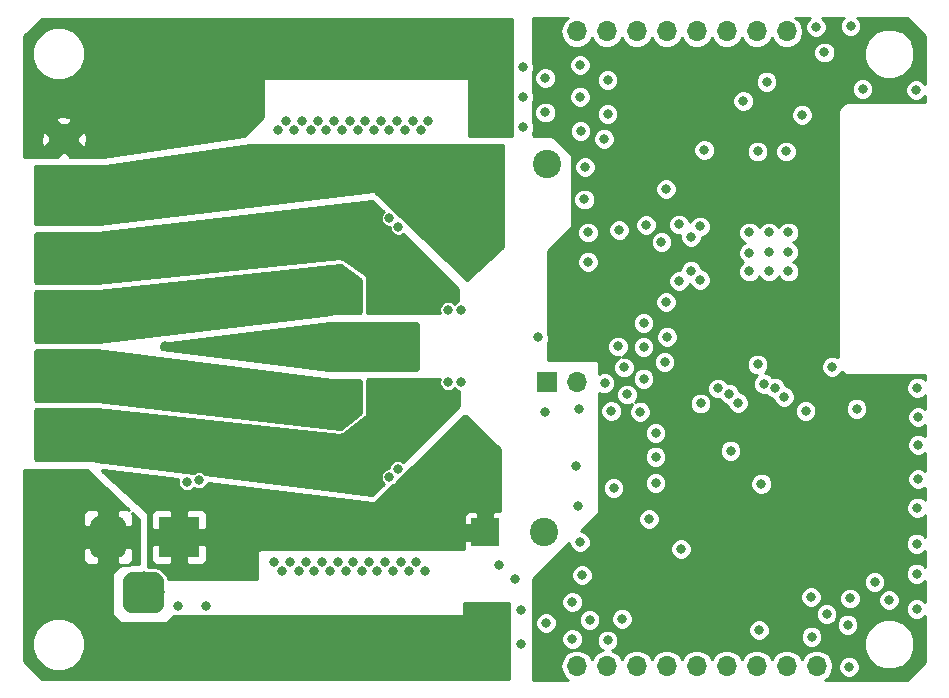
<source format=gbr>
G04 #@! TF.GenerationSoftware,KiCad,Pcbnew,5.0.2-bee76a0~70~ubuntu16.04.1*
G04 #@! TF.CreationDate,2019-02-07T19:47:00-08:00*
G04 #@! TF.ProjectId,wifistepper,77696669-7374-4657-9070-65722e6b6963,rev?*
G04 #@! TF.SameCoordinates,Original*
G04 #@! TF.FileFunction,Copper,L3,Inr*
G04 #@! TF.FilePolarity,Positive*
%FSLAX46Y46*%
G04 Gerber Fmt 4.6, Leading zero omitted, Abs format (unit mm)*
G04 Created by KiCad (PCBNEW 5.0.2-bee76a0~70~ubuntu16.04.1) date Thu 07 Feb 2019 07:47:00 PM PST*
%MOMM*%
%LPD*%
G01*
G04 APERTURE LIST*
G04 #@! TA.AperFunction,ViaPad*
%ADD10R,3.500000X3.500000*%
G04 #@! TD*
G04 #@! TA.AperFunction,Conductor*
%ADD11C,0.100000*%
G04 #@! TD*
G04 #@! TA.AperFunction,ViaPad*
%ADD12C,3.000000*%
G04 #@! TD*
G04 #@! TA.AperFunction,ViaPad*
%ADD13C,3.500000*%
G04 #@! TD*
G04 #@! TA.AperFunction,ViaPad*
%ADD14R,2.600000X2.600000*%
G04 #@! TD*
G04 #@! TA.AperFunction,ViaPad*
%ADD15C,2.600000*%
G04 #@! TD*
G04 #@! TA.AperFunction,ViaPad*
%ADD16R,1.700000X1.700000*%
G04 #@! TD*
G04 #@! TA.AperFunction,ViaPad*
%ADD17O,1.700000X1.700000*%
G04 #@! TD*
G04 #@! TA.AperFunction,ViaPad*
%ADD18C,2.400000*%
G04 #@! TD*
G04 #@! TA.AperFunction,ViaPad*
%ADD19R,2.400000X2.400000*%
G04 #@! TD*
G04 #@! TA.AperFunction,ViaPad*
%ADD20C,0.800000*%
G04 #@! TD*
G04 #@! TA.AperFunction,Conductor*
%ADD21C,0.250000*%
G04 #@! TD*
G04 APERTURE END LIST*
D10*
G04 #@! TO.N,VIN*
G04 #@! TO.C,J1*
X47592500Y-105918000D03*
D11*
G04 #@! TO.N,GND*
G36*
X42416013Y-104171611D02*
X42488818Y-104182411D01*
X42560214Y-104200295D01*
X42629513Y-104225090D01*
X42696048Y-104256559D01*
X42759178Y-104294398D01*
X42818295Y-104338242D01*
X42872830Y-104387670D01*
X42922258Y-104442205D01*
X42966102Y-104501322D01*
X43003941Y-104564452D01*
X43035410Y-104630987D01*
X43060205Y-104700286D01*
X43078089Y-104771682D01*
X43088889Y-104844487D01*
X43092500Y-104918000D01*
X43092500Y-106918000D01*
X43088889Y-106991513D01*
X43078089Y-107064318D01*
X43060205Y-107135714D01*
X43035410Y-107205013D01*
X43003941Y-107271548D01*
X42966102Y-107334678D01*
X42922258Y-107393795D01*
X42872830Y-107448330D01*
X42818295Y-107497758D01*
X42759178Y-107541602D01*
X42696048Y-107579441D01*
X42629513Y-107610910D01*
X42560214Y-107635705D01*
X42488818Y-107653589D01*
X42416013Y-107664389D01*
X42342500Y-107668000D01*
X40842500Y-107668000D01*
X40768987Y-107664389D01*
X40696182Y-107653589D01*
X40624786Y-107635705D01*
X40555487Y-107610910D01*
X40488952Y-107579441D01*
X40425822Y-107541602D01*
X40366705Y-107497758D01*
X40312170Y-107448330D01*
X40262742Y-107393795D01*
X40218898Y-107334678D01*
X40181059Y-107271548D01*
X40149590Y-107205013D01*
X40124795Y-107135714D01*
X40106911Y-107064318D01*
X40096111Y-106991513D01*
X40092500Y-106918000D01*
X40092500Y-104918000D01*
X40096111Y-104844487D01*
X40106911Y-104771682D01*
X40124795Y-104700286D01*
X40149590Y-104630987D01*
X40181059Y-104564452D01*
X40218898Y-104501322D01*
X40262742Y-104442205D01*
X40312170Y-104387670D01*
X40366705Y-104338242D01*
X40425822Y-104294398D01*
X40488952Y-104256559D01*
X40555487Y-104225090D01*
X40624786Y-104200295D01*
X40696182Y-104182411D01*
X40768987Y-104171611D01*
X40842500Y-104168000D01*
X42342500Y-104168000D01*
X42416013Y-104171611D01*
X42416013Y-104171611D01*
G37*
D12*
X41592500Y-105918000D03*
D11*
G04 #@! TO.N,N/C*
G36*
X45553265Y-108872213D02*
X45638204Y-108884813D01*
X45721499Y-108905677D01*
X45802348Y-108934605D01*
X45879972Y-108971319D01*
X45953624Y-109015464D01*
X46022594Y-109066616D01*
X46086218Y-109124282D01*
X46143884Y-109187906D01*
X46195036Y-109256876D01*
X46239181Y-109330528D01*
X46275895Y-109408152D01*
X46304823Y-109489001D01*
X46325687Y-109572296D01*
X46338287Y-109657235D01*
X46342500Y-109743000D01*
X46342500Y-111493000D01*
X46338287Y-111578765D01*
X46325687Y-111663704D01*
X46304823Y-111746999D01*
X46275895Y-111827848D01*
X46239181Y-111905472D01*
X46195036Y-111979124D01*
X46143884Y-112048094D01*
X46086218Y-112111718D01*
X46022594Y-112169384D01*
X45953624Y-112220536D01*
X45879972Y-112264681D01*
X45802348Y-112301395D01*
X45721499Y-112330323D01*
X45638204Y-112351187D01*
X45553265Y-112363787D01*
X45467500Y-112368000D01*
X43717500Y-112368000D01*
X43631735Y-112363787D01*
X43546796Y-112351187D01*
X43463501Y-112330323D01*
X43382652Y-112301395D01*
X43305028Y-112264681D01*
X43231376Y-112220536D01*
X43162406Y-112169384D01*
X43098782Y-112111718D01*
X43041116Y-112048094D01*
X42989964Y-111979124D01*
X42945819Y-111905472D01*
X42909105Y-111827848D01*
X42880177Y-111746999D01*
X42859313Y-111663704D01*
X42846713Y-111578765D01*
X42842500Y-111493000D01*
X42842500Y-109743000D01*
X42846713Y-109657235D01*
X42859313Y-109572296D01*
X42880177Y-109489001D01*
X42909105Y-109408152D01*
X42945819Y-109330528D01*
X42989964Y-109256876D01*
X43041116Y-109187906D01*
X43098782Y-109124282D01*
X43162406Y-109066616D01*
X43231376Y-109015464D01*
X43305028Y-108971319D01*
X43382652Y-108934605D01*
X43463501Y-108905677D01*
X43546796Y-108884813D01*
X43631735Y-108872213D01*
X43717500Y-108868000D01*
X45467500Y-108868000D01*
X45553265Y-108872213D01*
X45553265Y-108872213D01*
G37*
D13*
X44592500Y-110618000D03*
G04 #@! TD*
D14*
G04 #@! TO.N,OUTB2*
G04 #@! TO.C,J2*
X37846000Y-97263000D03*
D15*
G04 #@! TO.N,OUTB1*
X37846000Y-92263000D03*
G04 #@! TO.N,OUTA1*
X37846000Y-87263000D03*
G04 #@! TO.N,OUTA2*
X37846000Y-82263000D03*
G04 #@! TO.N,VIN*
X37846000Y-77263000D03*
G04 #@! TO.N,GND*
X37846000Y-72263000D03*
G04 #@! TD*
D16*
G04 #@! TO.N,VIN*
G04 #@! TO.C,J5*
X78740000Y-92837000D03*
D17*
G04 #@! TO.N,GND*
X81280000Y-92837000D03*
G04 #@! TD*
D16*
G04 #@! TO.N,+3V3*
G04 #@! TO.C,J4*
X78740000Y-116840000D03*
D17*
G04 #@! TO.N,GND*
X81280000Y-116840000D03*
G04 #@! TO.N,Net-(J4-Pad3)*
X83820000Y-116840000D03*
G04 #@! TO.N,Net-(J4-Pad4)*
X86360000Y-116840000D03*
G04 #@! TO.N,Net-(J4-Pad5)*
X88900000Y-116840000D03*
G04 #@! TO.N,Net-(J4-Pad6)*
X91440000Y-116840000D03*
G04 #@! TO.N,Net-(J4-Pad7)*
X93980000Y-116840000D03*
G04 #@! TO.N,Net-(J4-Pad8)*
X96520000Y-116840000D03*
G04 #@! TO.N,Net-(J4-Pad9)*
X99060000Y-116840000D03*
G04 #@! TO.N,Net-(J4-Pad10)*
X101600000Y-116840000D03*
G04 #@! TD*
D16*
G04 #@! TO.N,+3V3*
G04 #@! TO.C,J3*
X78740000Y-63119000D03*
D17*
G04 #@! TO.N,GND*
X81280000Y-63119000D03*
G04 #@! TO.N,Net-(J3-Pad3)*
X83820000Y-63119000D03*
G04 #@! TO.N,Net-(J3-Pad4)*
X86360000Y-63119000D03*
G04 #@! TO.N,Net-(J3-Pad5)*
X88900000Y-63119000D03*
G04 #@! TO.N,Net-(J3-Pad6)*
X91440000Y-63119000D03*
G04 #@! TO.N,Net-(J3-Pad7)*
X93980000Y-63119000D03*
G04 #@! TO.N,Net-(J3-Pad8)*
X96520000Y-63119000D03*
G04 #@! TO.N,Net-(J3-Pad9)*
X99060000Y-63119000D03*
G04 #@! TD*
D18*
G04 #@! TO.N,GND*
G04 #@! TO.C,C10*
X78533000Y-105537000D03*
D19*
G04 #@! TO.N,VIN*
X73533000Y-105537000D03*
G04 #@! TD*
G04 #@! TO.N,VIN*
G04 #@! TO.C,C11*
X73723500Y-74358500D03*
D18*
G04 #@! TO.N,GND*
X78723500Y-74358500D03*
G04 #@! TD*
D20*
G04 #@! TO.N,+3V3*
X84836000Y-106680000D03*
X85852000Y-106680000D03*
X86868000Y-106680000D03*
X104648000Y-96964500D03*
X104711500Y-99631500D03*
X104711500Y-102298500D03*
X103695500Y-66040000D03*
X85217000Y-111125000D03*
X89789000Y-96329500D03*
X93853000Y-106934000D03*
X97345500Y-68961000D03*
X81826418Y-87236618D03*
X90297000Y-111125000D03*
X79311500Y-89408000D03*
X49276000Y-101092000D03*
X78422500Y-110363000D03*
G04 #@! TO.N,GND*
X65405000Y-91249500D03*
X99187000Y-81788000D03*
X97536000Y-81788000D03*
X97536000Y-83439000D03*
X97536000Y-80137000D03*
X95885000Y-81851500D03*
X99187000Y-83439000D03*
X99187000Y-80137000D03*
X95885000Y-80137000D03*
X95885000Y-83439000D03*
X61976000Y-90678000D03*
X64389000Y-90678000D03*
X64389000Y-89027000D03*
X61976000Y-89027000D03*
X63246000Y-89789000D03*
X65405000Y-89789000D03*
X60960000Y-89789000D03*
X63246000Y-91313000D03*
X63246000Y-88201500D03*
X60960000Y-91313000D03*
X65405000Y-88201500D03*
X60960000Y-88201500D03*
X84391500Y-101790500D03*
X87947500Y-97129600D03*
X70358000Y-86677500D03*
X70358000Y-92837000D03*
X87376000Y-104394000D03*
X87947500Y-99123500D03*
X87947500Y-101346000D03*
X86614000Y-95313500D03*
X84201000Y-95250000D03*
X81534000Y-106362500D03*
X44704000Y-64516000D03*
X52832000Y-64516000D03*
X55626000Y-64516000D03*
X50165000Y-64516000D03*
X63754000Y-64516000D03*
X58293000Y-64516000D03*
X41910000Y-64516000D03*
X66548000Y-64516000D03*
X72009000Y-64516000D03*
X47371000Y-64516000D03*
X61087000Y-64516000D03*
X74676000Y-64516000D03*
X69215000Y-64516000D03*
X54229000Y-66167000D03*
X62484000Y-66167000D03*
X70612000Y-66167000D03*
X40640000Y-66167000D03*
X46101000Y-66167000D03*
X43307000Y-66167000D03*
X59690000Y-66167000D03*
X65151000Y-66167000D03*
X73406000Y-66167000D03*
X67945000Y-66167000D03*
X48768000Y-66167000D03*
X57023000Y-66167000D03*
X51562000Y-66167000D03*
X61722000Y-113792000D03*
X72644000Y-113792000D03*
X69977000Y-113792000D03*
X45339000Y-113792000D03*
X48133000Y-113792000D03*
X67183000Y-113792000D03*
X42672000Y-113792000D03*
X50800000Y-113792000D03*
X56261000Y-113792000D03*
X53594000Y-113792000D03*
X64516000Y-113792000D03*
X59055000Y-113792000D03*
X68580000Y-115443000D03*
X63119000Y-115443000D03*
X71247000Y-115443000D03*
X49403000Y-115443000D03*
X65786000Y-115443000D03*
X60325000Y-115443000D03*
X54864000Y-115443000D03*
X57658000Y-115443000D03*
X46736000Y-115443000D03*
X41275000Y-115443000D03*
X43942000Y-115443000D03*
X52197000Y-115443000D03*
X74930000Y-113665000D03*
X73914000Y-115443000D03*
X76517500Y-112077500D03*
X73088500Y-111950500D03*
X76581000Y-114998500D03*
X35433000Y-101219000D03*
X35433000Y-104013000D03*
X35433000Y-106934000D03*
X35433000Y-110109000D03*
X38227000Y-107442000D03*
X38227000Y-105473500D03*
X38163500Y-101917500D03*
X37465000Y-111506000D03*
X39370000Y-110109000D03*
X40894000Y-111887000D03*
X35433000Y-112395000D03*
X47498000Y-111760000D03*
X41910000Y-67818000D03*
X44704000Y-67818000D03*
X38989000Y-67945000D03*
X47498000Y-67945000D03*
X44577000Y-70612000D03*
X42227500Y-70548500D03*
X43243500Y-71755000D03*
X35306000Y-67818000D03*
X50038000Y-67945000D03*
X52705000Y-67945000D03*
X50101500Y-69532500D03*
X47879000Y-72136000D03*
X74676000Y-67691000D03*
X72771000Y-68580000D03*
X76708000Y-66103500D03*
X102870000Y-91503500D03*
X104965500Y-95059500D03*
X90106500Y-106934000D03*
X97345500Y-67373500D03*
X92075000Y-73152000D03*
X94297500Y-98615500D03*
X96900998Y-101409500D03*
X96583500Y-91313000D03*
X101536500Y-62738000D03*
X104457500Y-62674500D03*
X109982000Y-68072000D03*
X105473500Y-68008500D03*
X104330500Y-116903500D03*
X104394000Y-111125000D03*
X110045500Y-112014000D03*
X86931500Y-87820500D03*
X84772500Y-89789000D03*
X88709500Y-91122500D03*
X85280500Y-91567000D03*
X86931500Y-89852500D03*
X86931500Y-92519500D03*
X88900000Y-88963500D03*
X88836500Y-86042500D03*
X85534500Y-93853000D03*
X83629500Y-92900500D03*
X81470500Y-95059500D03*
X78613000Y-95313500D03*
X81597500Y-71564500D03*
X81534000Y-68643500D03*
X81978500Y-74612500D03*
X81915000Y-77343000D03*
X83883500Y-67246500D03*
X82232500Y-80137000D03*
X102235000Y-64897000D03*
X110109000Y-93281500D03*
X110109000Y-103441500D03*
X101092000Y-110998000D03*
X101155500Y-114363500D03*
X106489500Y-109728000D03*
X110172500Y-98107500D03*
X110172500Y-95758000D03*
X110172500Y-101028500D03*
X110045500Y-106489500D03*
X110045500Y-109029500D03*
X107696000Y-111252000D03*
X81724500Y-109156500D03*
X80899000Y-114554000D03*
X82359500Y-112966500D03*
X85090000Y-112839500D03*
X83883500Y-114681000D03*
X88847444Y-76446704D03*
X83883500Y-70104000D03*
X81534000Y-65976500D03*
X83566000Y-72199500D03*
X84836000Y-79946500D03*
X82232500Y-82613500D03*
X77978000Y-89027000D03*
X39306500Y-101092000D03*
X41402000Y-102933500D03*
X39751000Y-102679500D03*
X41021000Y-71564500D03*
X42037000Y-72961500D03*
X81216500Y-99949000D03*
X81407000Y-103314500D03*
X49911000Y-111760000D03*
X80899000Y-111442500D03*
X74422000Y-69850000D03*
X72707500Y-71310500D03*
X74676000Y-108331000D03*
X76073000Y-109474000D03*
X78676500Y-113220500D03*
X78613000Y-69977000D03*
X78613000Y-67056000D03*
X48260000Y-101282500D03*
X76708000Y-71247000D03*
X76708000Y-68643500D03*
X44767500Y-72517000D03*
X46037500Y-71628000D03*
X40195500Y-73025000D03*
X39624000Y-70612000D03*
X39243000Y-106489500D03*
X39243000Y-104521000D03*
X35242500Y-73152000D03*
X35242500Y-70358000D03*
X38227000Y-103632000D03*
X47244000Y-70485000D03*
X46418500Y-89789000D03*
X104203500Y-113347500D03*
X102425500Y-112458500D03*
G04 #@! TO.N,VIN*
X51498500Y-102108000D03*
X54229000Y-102489000D03*
X68834000Y-100330000D03*
X69977000Y-102616000D03*
X73342500Y-99314000D03*
X71755000Y-100901500D03*
X73660000Y-102171500D03*
X73977500Y-79883000D03*
X70675500Y-80899000D03*
X70358000Y-76835000D03*
X68834000Y-79248000D03*
X70866000Y-104711500D03*
X71120000Y-74549000D03*
X47180500Y-74485500D03*
X43370500Y-75057000D03*
X40195500Y-75120500D03*
X40703500Y-78676500D03*
X44323000Y-78168500D03*
X42037000Y-76962000D03*
X52514500Y-75184000D03*
X45593000Y-76009500D03*
X48768000Y-75819000D03*
X51435000Y-76962000D03*
X54038500Y-76962000D03*
X71818500Y-78676500D03*
X73787000Y-77343000D03*
X72263000Y-82359500D03*
X71882000Y-97409000D03*
X70294500Y-98806000D03*
X43180000Y-101219000D03*
X45656500Y-101473000D03*
X47053500Y-102298500D03*
X45720000Y-103251000D03*
X48323500Y-103251000D03*
X47434500Y-108712000D03*
X49022000Y-77660500D03*
X51879500Y-106553000D03*
X52959000Y-102997000D03*
X50419000Y-105029000D03*
X49593500Y-108712000D03*
X50482500Y-107061000D03*
X51943000Y-108267500D03*
X36322000Y-75247500D03*
X36068000Y-79121000D03*
G04 #@! TO.N,SM_RST*
X89934736Y-79457228D03*
X87122000Y-79502000D03*
G04 #@! TO.N,Net-(D5-Pad1)*
X100647500Y-95250000D03*
X91757500Y-94615000D03*
G04 #@! TO.N,OUTA1*
X61849000Y-85471000D03*
X62484000Y-86487000D03*
X61341000Y-86487000D03*
X62484000Y-84582000D03*
X61341000Y-84582000D03*
X55308500Y-86042500D03*
X56515001Y-86438990D03*
G04 #@! TO.N,OUTA2*
X64643000Y-85471000D03*
X65151000Y-86487000D03*
X64008000Y-86487000D03*
X65151000Y-84582000D03*
X64008000Y-84582000D03*
X69850000Y-85788500D03*
G04 #@! TO.N,OUTB1*
X61849000Y-94107000D03*
X62484000Y-93091000D03*
X61341000Y-93091000D03*
X62484000Y-94996000D03*
X61341000Y-94996000D03*
X56515000Y-93726000D03*
X55689500Y-94551500D03*
G04 #@! TO.N,OUTB2*
X64643000Y-94107000D03*
X65151000Y-94996000D03*
X64008000Y-94996000D03*
X65151000Y-93091000D03*
X64008000Y-93091000D03*
X69850000Y-93726000D03*
G04 #@! TO.N,SM_FLAG*
X89916000Y-84264500D03*
X88447445Y-80925295D03*
G04 #@! TO.N,WIFI_RST*
X94170500Y-93789500D03*
X98043998Y-93281500D03*
G04 #@! TO.N,WIFI_ADC*
X98806000Y-94043500D03*
X94932500Y-94549990D03*
G04 #@! TO.N,AUTH_SCK*
X97102247Y-92945160D03*
X93219510Y-93345000D03*
G04 #@! TO.N,AUTH_SDA*
X90932000Y-83375500D03*
X90932000Y-80517998D03*
G04 #@! TO.N,PROG_BOOT*
X91694000Y-84137500D03*
X91694000Y-79629000D03*
G04 #@! TO.N,SM_CLK*
X100330000Y-70167500D03*
X95377000Y-69024500D03*
G04 #@! TO.N,SM_SO*
X98996500Y-73279000D03*
X96583500Y-73279000D03*
G04 #@! TO.N,Net-(JP1-Pad1)*
X58039000Y-70739000D03*
X59372500Y-70739000D03*
X60706000Y-70739000D03*
X62039500Y-70739000D03*
X63373000Y-70739000D03*
X64706500Y-70739000D03*
X66040000Y-70739000D03*
X67373500Y-70739000D03*
X68707000Y-70739000D03*
X58737500Y-71501000D03*
X60071000Y-71501000D03*
X61404500Y-71501000D03*
X62738000Y-71501000D03*
X64071500Y-71501000D03*
X65405000Y-71501000D03*
X66738500Y-71501000D03*
X68072000Y-71501000D03*
X71437500Y-86677500D03*
X66167000Y-79692500D03*
X65405000Y-78930500D03*
X57340500Y-71501000D03*
X56642000Y-70739000D03*
X55943500Y-71501000D03*
G04 #@! TO.N,Net-(JP2-Pad1)*
X55626000Y-108013500D03*
X61023500Y-108013500D03*
X59690000Y-108013500D03*
X58356500Y-108013500D03*
X68389500Y-108775500D03*
X67056000Y-108775500D03*
X65722500Y-108775500D03*
X64389000Y-108775500D03*
X63055500Y-108775500D03*
X61722000Y-108775500D03*
X60388500Y-108775500D03*
X59055000Y-108775500D03*
X57721500Y-108775500D03*
X67691000Y-108013500D03*
X66357500Y-108013500D03*
X65024000Y-108013500D03*
X63690500Y-108013500D03*
X62357000Y-108013500D03*
X71437500Y-92837000D03*
X66103500Y-100139500D03*
X65405000Y-100838000D03*
X57023000Y-108013500D03*
X56324500Y-108775500D03*
G04 #@! TO.N,Net-(J4-Pad7)*
X96710502Y-113792000D03*
G04 #@! TD*
D21*
G04 #@! TO.N,OUTA2*
G36*
X64010586Y-77516267D02*
X64933727Y-78376467D01*
X64790374Y-78519820D01*
X64680000Y-78786288D01*
X64680000Y-79074712D01*
X64790374Y-79341180D01*
X64994320Y-79545126D01*
X65260788Y-79655500D01*
X65442000Y-79655500D01*
X65442000Y-79836712D01*
X65552374Y-80103180D01*
X65756320Y-80307126D01*
X66022788Y-80417500D01*
X66311212Y-80417500D01*
X66577680Y-80307126D01*
X66578746Y-80306060D01*
X71209202Y-84911885D01*
X71249000Y-85007605D01*
X71249000Y-85970845D01*
X71026820Y-86062874D01*
X70897750Y-86191944D01*
X70768680Y-86062874D01*
X70502212Y-85952500D01*
X70213788Y-85952500D01*
X69947320Y-86062874D01*
X69743374Y-86266820D01*
X69633000Y-86533288D01*
X69633000Y-86821712D01*
X69705606Y-86997000D01*
X63597865Y-86997000D01*
X63527250Y-86967750D01*
X63498000Y-86897135D01*
X63498000Y-83925206D01*
X63483628Y-83867012D01*
X63396934Y-83702204D01*
X63357122Y-83657393D01*
X61472556Y-82361754D01*
X61432567Y-82343620D01*
X61298515Y-82309507D01*
X61254722Y-82306320D01*
X40640598Y-84456259D01*
X40626356Y-84457000D01*
X35530865Y-84457000D01*
X35460250Y-84427750D01*
X35431000Y-84357135D01*
X35431000Y-80298365D01*
X35460250Y-80227750D01*
X35530865Y-80198500D01*
X40628355Y-80198500D01*
X40635624Y-80198288D01*
X40658835Y-80196936D01*
X40666073Y-80196303D01*
X63903304Y-77481084D01*
X64010586Y-77516267D01*
X64010586Y-77516267D01*
G37*
X64010586Y-77516267D02*
X64933727Y-78376467D01*
X64790374Y-78519820D01*
X64680000Y-78786288D01*
X64680000Y-79074712D01*
X64790374Y-79341180D01*
X64994320Y-79545126D01*
X65260788Y-79655500D01*
X65442000Y-79655500D01*
X65442000Y-79836712D01*
X65552374Y-80103180D01*
X65756320Y-80307126D01*
X66022788Y-80417500D01*
X66311212Y-80417500D01*
X66577680Y-80307126D01*
X66578746Y-80306060D01*
X71209202Y-84911885D01*
X71249000Y-85007605D01*
X71249000Y-85970845D01*
X71026820Y-86062874D01*
X70897750Y-86191944D01*
X70768680Y-86062874D01*
X70502212Y-85952500D01*
X70213788Y-85952500D01*
X69947320Y-86062874D01*
X69743374Y-86266820D01*
X69633000Y-86533288D01*
X69633000Y-86821712D01*
X69705606Y-86997000D01*
X63597865Y-86997000D01*
X63527250Y-86967750D01*
X63498000Y-86897135D01*
X63498000Y-83925206D01*
X63483628Y-83867012D01*
X63396934Y-83702204D01*
X63357122Y-83657393D01*
X61472556Y-82361754D01*
X61432567Y-82343620D01*
X61298515Y-82309507D01*
X61254722Y-82306320D01*
X40640598Y-84456259D01*
X40626356Y-84457000D01*
X35530865Y-84457000D01*
X35460250Y-84427750D01*
X35431000Y-84357135D01*
X35431000Y-80298365D01*
X35460250Y-80227750D01*
X35530865Y-80198500D01*
X40628355Y-80198500D01*
X40635624Y-80198288D01*
X40658835Y-80196936D01*
X40666073Y-80196303D01*
X63903304Y-77481084D01*
X64010586Y-77516267D01*
G04 #@! TO.N,OUTA1*
G36*
X61286187Y-82898336D02*
X62936208Y-84036281D01*
X62994000Y-84146342D01*
X62994000Y-86897135D01*
X62964750Y-86967750D01*
X62894135Y-86997000D01*
X60591096Y-86997000D01*
X60583549Y-86997228D01*
X60559445Y-86998686D01*
X60551927Y-86999369D01*
X40704190Y-89408998D01*
X40687626Y-89410000D01*
X35530865Y-89410000D01*
X35460250Y-89380750D01*
X35431000Y-89310135D01*
X35431000Y-85187865D01*
X35460250Y-85117250D01*
X35530865Y-85088000D01*
X40692729Y-85088000D01*
X40699452Y-85087819D01*
X40720932Y-85086662D01*
X40727634Y-85086120D01*
X61194723Y-82875169D01*
X61286187Y-82898336D01*
X61286187Y-82898336D01*
G37*
X61286187Y-82898336D02*
X62936208Y-84036281D01*
X62994000Y-84146342D01*
X62994000Y-86897135D01*
X62964750Y-86967750D01*
X62894135Y-86997000D01*
X60591096Y-86997000D01*
X60583549Y-86997228D01*
X60559445Y-86998686D01*
X60551927Y-86999369D01*
X40704190Y-89408998D01*
X40687626Y-89410000D01*
X35530865Y-89410000D01*
X35460250Y-89380750D01*
X35431000Y-89310135D01*
X35431000Y-85187865D01*
X35460250Y-85117250D01*
X35530865Y-85088000D01*
X40692729Y-85088000D01*
X40699452Y-85087819D01*
X40720932Y-85086662D01*
X40727634Y-85086120D01*
X61194723Y-82875169D01*
X61286187Y-82898336D01*
G04 #@! TO.N,OUTB1*
G36*
X40640713Y-90105601D02*
X60550618Y-92641895D01*
X60558502Y-92642646D01*
X60583776Y-92644249D01*
X60591688Y-92644500D01*
X62894135Y-92644500D01*
X62964750Y-92673750D01*
X62994000Y-92744365D01*
X62994000Y-95437992D01*
X62940394Y-95545205D01*
X61348726Y-96738956D01*
X61252350Y-96765136D01*
X40665338Y-94428573D01*
X40658302Y-94427976D01*
X40635748Y-94426700D01*
X40628687Y-94426500D01*
X35530865Y-94426500D01*
X35460250Y-94397250D01*
X35431000Y-94326635D01*
X35431000Y-90204365D01*
X35460250Y-90133750D01*
X35530865Y-90104500D01*
X40623357Y-90104500D01*
X40640713Y-90105601D01*
X40640713Y-90105601D01*
G37*
X40640713Y-90105601D02*
X60550618Y-92641895D01*
X60558502Y-92642646D01*
X60583776Y-92644249D01*
X60591688Y-92644500D01*
X62894135Y-92644500D01*
X62964750Y-92673750D01*
X62994000Y-92744365D01*
X62994000Y-95437992D01*
X62940394Y-95545205D01*
X61348726Y-96738956D01*
X61252350Y-96765136D01*
X40665338Y-94428573D01*
X40658302Y-94427976D01*
X40635748Y-94426700D01*
X40628687Y-94426500D01*
X35530865Y-94426500D01*
X35460250Y-94397250D01*
X35431000Y-94326635D01*
X35431000Y-90204365D01*
X35460250Y-90133750D01*
X35530865Y-90104500D01*
X40623357Y-90104500D01*
X40640713Y-90105601D01*
G04 #@! TO.N,OUTB2*
G36*
X69633000Y-92692788D02*
X69633000Y-92981212D01*
X69743374Y-93247680D01*
X69947320Y-93451626D01*
X70213788Y-93562000D01*
X70502212Y-93562000D01*
X70768680Y-93451626D01*
X70897750Y-93322556D01*
X71026820Y-93451626D01*
X71293288Y-93562000D01*
X71312500Y-93562000D01*
X71312500Y-94760100D01*
X71272204Y-94856300D01*
X66521398Y-99532092D01*
X66514180Y-99524874D01*
X66247712Y-99414500D01*
X65959288Y-99414500D01*
X65692820Y-99524874D01*
X65488874Y-99728820D01*
X65378500Y-99995288D01*
X65378500Y-100113000D01*
X65260788Y-100113000D01*
X64994320Y-100223374D01*
X64790374Y-100427320D01*
X64680000Y-100693788D01*
X64680000Y-100982212D01*
X64790374Y-101248680D01*
X64942578Y-101400884D01*
X64009921Y-102312344D01*
X63899531Y-102349552D01*
X49806787Y-100597481D01*
X49686680Y-100477374D01*
X49420212Y-100367000D01*
X49131788Y-100367000D01*
X48865320Y-100477374D01*
X48862598Y-100480096D01*
X40540712Y-99445483D01*
X40533016Y-99444767D01*
X40508341Y-99443239D01*
X40500615Y-99443000D01*
X35530865Y-99443000D01*
X35460250Y-99413750D01*
X35431000Y-99343135D01*
X35431000Y-95157365D01*
X35460250Y-95086750D01*
X35530865Y-95057500D01*
X40625955Y-95057500D01*
X40640614Y-95058285D01*
X61249328Y-97270877D01*
X61295806Y-97267120D01*
X61437156Y-97228262D01*
X61479022Y-97207733D01*
X63368000Y-95791000D01*
X63404803Y-95746902D01*
X63484803Y-95586902D01*
X63498000Y-95531000D01*
X63498000Y-92680865D01*
X63527250Y-92610250D01*
X63597865Y-92581000D01*
X69679304Y-92581000D01*
X69633000Y-92692788D01*
X69633000Y-92692788D01*
G37*
X69633000Y-92692788D02*
X69633000Y-92981212D01*
X69743374Y-93247680D01*
X69947320Y-93451626D01*
X70213788Y-93562000D01*
X70502212Y-93562000D01*
X70768680Y-93451626D01*
X70897750Y-93322556D01*
X71026820Y-93451626D01*
X71293288Y-93562000D01*
X71312500Y-93562000D01*
X71312500Y-94760100D01*
X71272204Y-94856300D01*
X66521398Y-99532092D01*
X66514180Y-99524874D01*
X66247712Y-99414500D01*
X65959288Y-99414500D01*
X65692820Y-99524874D01*
X65488874Y-99728820D01*
X65378500Y-99995288D01*
X65378500Y-100113000D01*
X65260788Y-100113000D01*
X64994320Y-100223374D01*
X64790374Y-100427320D01*
X64680000Y-100693788D01*
X64680000Y-100982212D01*
X64790374Y-101248680D01*
X64942578Y-101400884D01*
X64009921Y-102312344D01*
X63899531Y-102349552D01*
X49806787Y-100597481D01*
X49686680Y-100477374D01*
X49420212Y-100367000D01*
X49131788Y-100367000D01*
X48865320Y-100477374D01*
X48862598Y-100480096D01*
X40540712Y-99445483D01*
X40533016Y-99444767D01*
X40508341Y-99443239D01*
X40500615Y-99443000D01*
X35530865Y-99443000D01*
X35460250Y-99413750D01*
X35431000Y-99343135D01*
X35431000Y-95157365D01*
X35460250Y-95086750D01*
X35530865Y-95057500D01*
X40625955Y-95057500D01*
X40640614Y-95058285D01*
X61249328Y-97270877D01*
X61295806Y-97267120D01*
X61437156Y-97228262D01*
X61479022Y-97207733D01*
X63368000Y-95791000D01*
X63404803Y-95746902D01*
X63484803Y-95586902D01*
X63498000Y-95531000D01*
X63498000Y-92680865D01*
X63527250Y-92610250D01*
X63597865Y-92581000D01*
X69679304Y-92581000D01*
X69633000Y-92692788D01*
G04 #@! TO.N,+3V3*
G36*
X80288681Y-62127681D02*
X79984779Y-62582502D01*
X79878063Y-63119000D01*
X79984779Y-63655498D01*
X80288681Y-64110319D01*
X80743502Y-64414221D01*
X81144578Y-64494000D01*
X81415422Y-64494000D01*
X81816498Y-64414221D01*
X82271319Y-64110319D01*
X82550000Y-63693244D01*
X82828681Y-64110319D01*
X83283502Y-64414221D01*
X83684578Y-64494000D01*
X83955422Y-64494000D01*
X84356498Y-64414221D01*
X84811319Y-64110319D01*
X85090000Y-63693244D01*
X85368681Y-64110319D01*
X85823502Y-64414221D01*
X86224578Y-64494000D01*
X86495422Y-64494000D01*
X86896498Y-64414221D01*
X87351319Y-64110319D01*
X87630000Y-63693244D01*
X87908681Y-64110319D01*
X88363502Y-64414221D01*
X88764578Y-64494000D01*
X89035422Y-64494000D01*
X89436498Y-64414221D01*
X89891319Y-64110319D01*
X90170000Y-63693244D01*
X90448681Y-64110319D01*
X90903502Y-64414221D01*
X91304578Y-64494000D01*
X91575422Y-64494000D01*
X91976498Y-64414221D01*
X92431319Y-64110319D01*
X92710000Y-63693244D01*
X92988681Y-64110319D01*
X93443502Y-64414221D01*
X93844578Y-64494000D01*
X94115422Y-64494000D01*
X94516498Y-64414221D01*
X94971319Y-64110319D01*
X95250000Y-63693244D01*
X95528681Y-64110319D01*
X95983502Y-64414221D01*
X96384578Y-64494000D01*
X96655422Y-64494000D01*
X97056498Y-64414221D01*
X97511319Y-64110319D01*
X97790000Y-63693244D01*
X98068681Y-64110319D01*
X98523502Y-64414221D01*
X98924578Y-64494000D01*
X99195422Y-64494000D01*
X99596498Y-64414221D01*
X100051319Y-64110319D01*
X100355221Y-63655498D01*
X100461937Y-63119000D01*
X100355221Y-62582502D01*
X100051319Y-62127681D01*
X99771931Y-61941000D01*
X101043486Y-61941000D01*
X101012529Y-61953823D01*
X100752323Y-62214029D01*
X100611500Y-62554006D01*
X100611500Y-62921994D01*
X100752323Y-63261971D01*
X101012529Y-63522177D01*
X101352506Y-63663000D01*
X101720494Y-63663000D01*
X102060471Y-63522177D01*
X102320677Y-63261971D01*
X102461500Y-62921994D01*
X102461500Y-62554006D01*
X102320677Y-62214029D01*
X102060471Y-61953823D01*
X102029514Y-61941000D01*
X103882852Y-61941000D01*
X103673323Y-62150529D01*
X103532500Y-62490506D01*
X103532500Y-62858494D01*
X103673323Y-63198471D01*
X103933529Y-63458677D01*
X104273506Y-63599500D01*
X104641494Y-63599500D01*
X104981471Y-63458677D01*
X105241677Y-63198471D01*
X105382500Y-62858494D01*
X105382500Y-62490506D01*
X105241677Y-62150529D01*
X105032148Y-61941000D01*
X109225473Y-61941000D01*
X110779000Y-63494528D01*
X110779000Y-67578987D01*
X110766177Y-67548029D01*
X110505971Y-67287823D01*
X110165994Y-67147000D01*
X109798006Y-67147000D01*
X109458029Y-67287823D01*
X109197823Y-67548029D01*
X109057000Y-67888006D01*
X109057000Y-68255994D01*
X109197823Y-68595971D01*
X109458029Y-68856177D01*
X109798006Y-68997000D01*
X110165994Y-68997000D01*
X110505971Y-68856177D01*
X110766177Y-68595971D01*
X110779000Y-68565013D01*
X110779000Y-69090000D01*
X104159343Y-69090000D01*
X104111508Y-69099515D01*
X103970086Y-69158094D01*
X103929533Y-69185191D01*
X103475191Y-69639533D01*
X103448094Y-69680086D01*
X103389515Y-69821508D01*
X103380000Y-69869343D01*
X103380000Y-90713536D01*
X103053994Y-90578500D01*
X102686006Y-90578500D01*
X102346029Y-90719323D01*
X102085823Y-90979529D01*
X101945000Y-91319506D01*
X101945000Y-91687494D01*
X102085823Y-92027471D01*
X102346029Y-92287677D01*
X102686006Y-92428500D01*
X103053994Y-92428500D01*
X103393971Y-92287677D01*
X103654177Y-92027471D01*
X103693576Y-91932352D01*
X103866033Y-92104809D01*
X103906586Y-92131906D01*
X104048008Y-92190485D01*
X104095843Y-92200000D01*
X110779001Y-92200000D01*
X110779001Y-92643353D01*
X110632971Y-92497323D01*
X110292994Y-92356500D01*
X109925006Y-92356500D01*
X109585029Y-92497323D01*
X109324823Y-92757529D01*
X109184000Y-93097506D01*
X109184000Y-93465494D01*
X109324823Y-93805471D01*
X109585029Y-94065677D01*
X109925006Y-94206500D01*
X110292994Y-94206500D01*
X110632971Y-94065677D01*
X110779001Y-93919647D01*
X110779001Y-95056353D01*
X110696471Y-94973823D01*
X110356494Y-94833000D01*
X109988506Y-94833000D01*
X109648529Y-94973823D01*
X109388323Y-95234029D01*
X109247500Y-95574006D01*
X109247500Y-95941994D01*
X109388323Y-96281971D01*
X109648529Y-96542177D01*
X109988506Y-96683000D01*
X110356494Y-96683000D01*
X110696471Y-96542177D01*
X110779001Y-96459647D01*
X110779001Y-97405853D01*
X110696471Y-97323323D01*
X110356494Y-97182500D01*
X109988506Y-97182500D01*
X109648529Y-97323323D01*
X109388323Y-97583529D01*
X109247500Y-97923506D01*
X109247500Y-98291494D01*
X109388323Y-98631471D01*
X109648529Y-98891677D01*
X109988506Y-99032500D01*
X110356494Y-99032500D01*
X110696471Y-98891677D01*
X110779001Y-98809147D01*
X110779001Y-100326853D01*
X110696471Y-100244323D01*
X110356494Y-100103500D01*
X109988506Y-100103500D01*
X109648529Y-100244323D01*
X109388323Y-100504529D01*
X109247500Y-100844506D01*
X109247500Y-101212494D01*
X109388323Y-101552471D01*
X109648529Y-101812677D01*
X109988506Y-101953500D01*
X110356494Y-101953500D01*
X110696471Y-101812677D01*
X110779001Y-101730147D01*
X110779001Y-102803353D01*
X110632971Y-102657323D01*
X110292994Y-102516500D01*
X109925006Y-102516500D01*
X109585029Y-102657323D01*
X109324823Y-102917529D01*
X109184000Y-103257506D01*
X109184000Y-103625494D01*
X109324823Y-103965471D01*
X109585029Y-104225677D01*
X109925006Y-104366500D01*
X110292994Y-104366500D01*
X110632971Y-104225677D01*
X110779001Y-104079647D01*
X110779001Y-105914853D01*
X110569471Y-105705323D01*
X110229494Y-105564500D01*
X109861506Y-105564500D01*
X109521529Y-105705323D01*
X109261323Y-105965529D01*
X109120500Y-106305506D01*
X109120500Y-106673494D01*
X109261323Y-107013471D01*
X109521529Y-107273677D01*
X109861506Y-107414500D01*
X110229494Y-107414500D01*
X110569471Y-107273677D01*
X110779001Y-107064147D01*
X110779001Y-108454853D01*
X110569471Y-108245323D01*
X110229494Y-108104500D01*
X109861506Y-108104500D01*
X109521529Y-108245323D01*
X109261323Y-108505529D01*
X109120500Y-108845506D01*
X109120500Y-109213494D01*
X109261323Y-109553471D01*
X109521529Y-109813677D01*
X109861506Y-109954500D01*
X110229494Y-109954500D01*
X110569471Y-109813677D01*
X110779001Y-109604147D01*
X110779001Y-111439353D01*
X110569471Y-111229823D01*
X110229494Y-111089000D01*
X109861506Y-111089000D01*
X109521529Y-111229823D01*
X109261323Y-111490029D01*
X109120500Y-111830006D01*
X109120500Y-112197994D01*
X109261323Y-112537971D01*
X109521529Y-112798177D01*
X109861506Y-112939000D01*
X110229494Y-112939000D01*
X110569471Y-112798177D01*
X110779001Y-112588647D01*
X110779001Y-116464471D01*
X109225473Y-118018000D01*
X102311931Y-118018000D01*
X102591319Y-117831319D01*
X102895221Y-117376498D01*
X103001937Y-116840000D01*
X102977970Y-116719506D01*
X103405500Y-116719506D01*
X103405500Y-117087494D01*
X103546323Y-117427471D01*
X103806529Y-117687677D01*
X104146506Y-117828500D01*
X104514494Y-117828500D01*
X104854471Y-117687677D01*
X105114677Y-117427471D01*
X105255500Y-117087494D01*
X105255500Y-116719506D01*
X105114677Y-116379529D01*
X104854471Y-116119323D01*
X104514494Y-115978500D01*
X104146506Y-115978500D01*
X103806529Y-116119323D01*
X103546323Y-116379529D01*
X103405500Y-116719506D01*
X102977970Y-116719506D01*
X102895221Y-116303502D01*
X102591319Y-115848681D01*
X102136498Y-115544779D01*
X101735422Y-115465000D01*
X101464578Y-115465000D01*
X101063502Y-115544779D01*
X100608681Y-115848681D01*
X100330000Y-116265756D01*
X100051319Y-115848681D01*
X99596498Y-115544779D01*
X99195422Y-115465000D01*
X98924578Y-115465000D01*
X98523502Y-115544779D01*
X98068681Y-115848681D01*
X97790000Y-116265756D01*
X97511319Y-115848681D01*
X97056498Y-115544779D01*
X96655422Y-115465000D01*
X96384578Y-115465000D01*
X95983502Y-115544779D01*
X95528681Y-115848681D01*
X95250000Y-116265756D01*
X94971319Y-115848681D01*
X94516498Y-115544779D01*
X94115422Y-115465000D01*
X93844578Y-115465000D01*
X93443502Y-115544779D01*
X92988681Y-115848681D01*
X92710000Y-116265756D01*
X92431319Y-115848681D01*
X91976498Y-115544779D01*
X91575422Y-115465000D01*
X91304578Y-115465000D01*
X90903502Y-115544779D01*
X90448681Y-115848681D01*
X90170000Y-116265756D01*
X89891319Y-115848681D01*
X89436498Y-115544779D01*
X89035422Y-115465000D01*
X88764578Y-115465000D01*
X88363502Y-115544779D01*
X87908681Y-115848681D01*
X87630000Y-116265756D01*
X87351319Y-115848681D01*
X86896498Y-115544779D01*
X86495422Y-115465000D01*
X86224578Y-115465000D01*
X85823502Y-115544779D01*
X85368681Y-115848681D01*
X85090000Y-116265756D01*
X84811319Y-115848681D01*
X84356498Y-115544779D01*
X84261104Y-115525804D01*
X84407471Y-115465177D01*
X84667677Y-115204971D01*
X84808500Y-114864994D01*
X84808500Y-114497006D01*
X84667677Y-114157029D01*
X84407471Y-113896823D01*
X84067494Y-113756000D01*
X83699506Y-113756000D01*
X83359529Y-113896823D01*
X83099323Y-114157029D01*
X82958500Y-114497006D01*
X82958500Y-114864994D01*
X83099323Y-115204971D01*
X83359529Y-115465177D01*
X83464694Y-115508738D01*
X83283502Y-115544779D01*
X82828681Y-115848681D01*
X82550000Y-116265756D01*
X82271319Y-115848681D01*
X81816498Y-115544779D01*
X81415422Y-115465000D01*
X81144578Y-115465000D01*
X81091123Y-115475633D01*
X81422971Y-115338177D01*
X81683177Y-115077971D01*
X81824000Y-114737994D01*
X81824000Y-114370006D01*
X81683177Y-114030029D01*
X81422971Y-113769823D01*
X81082994Y-113629000D01*
X80715006Y-113629000D01*
X80375029Y-113769823D01*
X80114823Y-114030029D01*
X79974000Y-114370006D01*
X79974000Y-114737994D01*
X80114823Y-115077971D01*
X80375029Y-115338177D01*
X80715006Y-115479000D01*
X81074195Y-115479000D01*
X80743502Y-115544779D01*
X80288681Y-115848681D01*
X79984779Y-116303502D01*
X79878063Y-116840000D01*
X79984779Y-117376498D01*
X80288681Y-117831319D01*
X80568069Y-118018000D01*
X77531500Y-118018000D01*
X77531500Y-113036506D01*
X77751500Y-113036506D01*
X77751500Y-113404494D01*
X77892323Y-113744471D01*
X78152529Y-114004677D01*
X78492506Y-114145500D01*
X78860494Y-114145500D01*
X79200471Y-114004677D01*
X79460677Y-113744471D01*
X79601500Y-113404494D01*
X79601500Y-113036506D01*
X79496290Y-112782506D01*
X81434500Y-112782506D01*
X81434500Y-113150494D01*
X81575323Y-113490471D01*
X81835529Y-113750677D01*
X82175506Y-113891500D01*
X82543494Y-113891500D01*
X82883471Y-113750677D01*
X83143677Y-113490471D01*
X83284500Y-113150494D01*
X83284500Y-112782506D01*
X83231895Y-112655506D01*
X84165000Y-112655506D01*
X84165000Y-113023494D01*
X84305823Y-113363471D01*
X84566029Y-113623677D01*
X84906006Y-113764500D01*
X85273994Y-113764500D01*
X85613971Y-113623677D01*
X85629642Y-113608006D01*
X95785502Y-113608006D01*
X95785502Y-113975994D01*
X95926325Y-114315971D01*
X96186531Y-114576177D01*
X96526508Y-114717000D01*
X96894496Y-114717000D01*
X97234473Y-114576177D01*
X97494679Y-114315971D01*
X97551204Y-114179506D01*
X100230500Y-114179506D01*
X100230500Y-114547494D01*
X100371323Y-114887471D01*
X100631529Y-115147677D01*
X100971506Y-115288500D01*
X101339494Y-115288500D01*
X101679471Y-115147677D01*
X101939677Y-114887471D01*
X102068149Y-114577311D01*
X105619500Y-114577311D01*
X105619500Y-115422689D01*
X105943012Y-116203716D01*
X106540784Y-116801488D01*
X107321811Y-117125000D01*
X108167189Y-117125000D01*
X108948216Y-116801488D01*
X109545988Y-116203716D01*
X109869500Y-115422689D01*
X109869500Y-114577311D01*
X109545988Y-113796284D01*
X108948216Y-113198512D01*
X108167189Y-112875000D01*
X107321811Y-112875000D01*
X106540784Y-113198512D01*
X105943012Y-113796284D01*
X105619500Y-114577311D01*
X102068149Y-114577311D01*
X102080500Y-114547494D01*
X102080500Y-114179506D01*
X101939677Y-113839529D01*
X101679471Y-113579323D01*
X101339494Y-113438500D01*
X100971506Y-113438500D01*
X100631529Y-113579323D01*
X100371323Y-113839529D01*
X100230500Y-114179506D01*
X97551204Y-114179506D01*
X97635502Y-113975994D01*
X97635502Y-113608006D01*
X97494679Y-113268029D01*
X97234473Y-113007823D01*
X96894496Y-112867000D01*
X96526508Y-112867000D01*
X96186531Y-113007823D01*
X95926325Y-113268029D01*
X95785502Y-113608006D01*
X85629642Y-113608006D01*
X85874177Y-113363471D01*
X86015000Y-113023494D01*
X86015000Y-112655506D01*
X85874177Y-112315529D01*
X85833154Y-112274506D01*
X101500500Y-112274506D01*
X101500500Y-112642494D01*
X101641323Y-112982471D01*
X101901529Y-113242677D01*
X102241506Y-113383500D01*
X102609494Y-113383500D01*
X102949471Y-113242677D01*
X103028642Y-113163506D01*
X103278500Y-113163506D01*
X103278500Y-113531494D01*
X103419323Y-113871471D01*
X103679529Y-114131677D01*
X104019506Y-114272500D01*
X104387494Y-114272500D01*
X104727471Y-114131677D01*
X104987677Y-113871471D01*
X105128500Y-113531494D01*
X105128500Y-113163506D01*
X104987677Y-112823529D01*
X104727471Y-112563323D01*
X104387494Y-112422500D01*
X104019506Y-112422500D01*
X103679529Y-112563323D01*
X103419323Y-112823529D01*
X103278500Y-113163506D01*
X103028642Y-113163506D01*
X103209677Y-112982471D01*
X103350500Y-112642494D01*
X103350500Y-112274506D01*
X103209677Y-111934529D01*
X102949471Y-111674323D01*
X102609494Y-111533500D01*
X102241506Y-111533500D01*
X101901529Y-111674323D01*
X101641323Y-111934529D01*
X101500500Y-112274506D01*
X85833154Y-112274506D01*
X85613971Y-112055323D01*
X85273994Y-111914500D01*
X84906006Y-111914500D01*
X84566029Y-112055323D01*
X84305823Y-112315529D01*
X84165000Y-112655506D01*
X83231895Y-112655506D01*
X83143677Y-112442529D01*
X82883471Y-112182323D01*
X82543494Y-112041500D01*
X82175506Y-112041500D01*
X81835529Y-112182323D01*
X81575323Y-112442529D01*
X81434500Y-112782506D01*
X79496290Y-112782506D01*
X79460677Y-112696529D01*
X79200471Y-112436323D01*
X78860494Y-112295500D01*
X78492506Y-112295500D01*
X78152529Y-112436323D01*
X77892323Y-112696529D01*
X77751500Y-113036506D01*
X77531500Y-113036506D01*
X77531500Y-111258506D01*
X79974000Y-111258506D01*
X79974000Y-111626494D01*
X80114823Y-111966471D01*
X80375029Y-112226677D01*
X80715006Y-112367500D01*
X81082994Y-112367500D01*
X81422971Y-112226677D01*
X81683177Y-111966471D01*
X81824000Y-111626494D01*
X81824000Y-111258506D01*
X81683177Y-110918529D01*
X81578654Y-110814006D01*
X100167000Y-110814006D01*
X100167000Y-111181994D01*
X100307823Y-111521971D01*
X100568029Y-111782177D01*
X100908006Y-111923000D01*
X101275994Y-111923000D01*
X101615971Y-111782177D01*
X101876177Y-111521971D01*
X102017000Y-111181994D01*
X102017000Y-110941006D01*
X103469000Y-110941006D01*
X103469000Y-111308994D01*
X103609823Y-111648971D01*
X103870029Y-111909177D01*
X104210006Y-112050000D01*
X104577994Y-112050000D01*
X104917971Y-111909177D01*
X105178177Y-111648971D01*
X105319000Y-111308994D01*
X105319000Y-111068006D01*
X106771000Y-111068006D01*
X106771000Y-111435994D01*
X106911823Y-111775971D01*
X107172029Y-112036177D01*
X107512006Y-112177000D01*
X107879994Y-112177000D01*
X108219971Y-112036177D01*
X108480177Y-111775971D01*
X108621000Y-111435994D01*
X108621000Y-111068006D01*
X108480177Y-110728029D01*
X108219971Y-110467823D01*
X107879994Y-110327000D01*
X107512006Y-110327000D01*
X107172029Y-110467823D01*
X106911823Y-110728029D01*
X106771000Y-111068006D01*
X105319000Y-111068006D01*
X105319000Y-110941006D01*
X105178177Y-110601029D01*
X104917971Y-110340823D01*
X104577994Y-110200000D01*
X104210006Y-110200000D01*
X103870029Y-110340823D01*
X103609823Y-110601029D01*
X103469000Y-110941006D01*
X102017000Y-110941006D01*
X102017000Y-110814006D01*
X101876177Y-110474029D01*
X101615971Y-110213823D01*
X101275994Y-110073000D01*
X100908006Y-110073000D01*
X100568029Y-110213823D01*
X100307823Y-110474029D01*
X100167000Y-110814006D01*
X81578654Y-110814006D01*
X81422971Y-110658323D01*
X81082994Y-110517500D01*
X80715006Y-110517500D01*
X80375029Y-110658323D01*
X80114823Y-110918529D01*
X79974000Y-111258506D01*
X77531500Y-111258506D01*
X77531500Y-109581707D01*
X77571049Y-109486227D01*
X78084770Y-108972506D01*
X80799500Y-108972506D01*
X80799500Y-109340494D01*
X80940323Y-109680471D01*
X81200529Y-109940677D01*
X81540506Y-110081500D01*
X81908494Y-110081500D01*
X82248471Y-109940677D01*
X82508677Y-109680471D01*
X82565202Y-109544006D01*
X105564500Y-109544006D01*
X105564500Y-109911994D01*
X105705323Y-110251971D01*
X105965529Y-110512177D01*
X106305506Y-110653000D01*
X106673494Y-110653000D01*
X107013471Y-110512177D01*
X107273677Y-110251971D01*
X107414500Y-109911994D01*
X107414500Y-109544006D01*
X107273677Y-109204029D01*
X107013471Y-108943823D01*
X106673494Y-108803000D01*
X106305506Y-108803000D01*
X105965529Y-108943823D01*
X105705323Y-109204029D01*
X105564500Y-109544006D01*
X82565202Y-109544006D01*
X82649500Y-109340494D01*
X82649500Y-108972506D01*
X82508677Y-108632529D01*
X82248471Y-108372323D01*
X81908494Y-108231500D01*
X81540506Y-108231500D01*
X81200529Y-108372323D01*
X80940323Y-108632529D01*
X80799500Y-108972506D01*
X78084770Y-108972506D01*
X80609000Y-106448276D01*
X80609000Y-106546494D01*
X80749823Y-106886471D01*
X81010029Y-107146677D01*
X81350006Y-107287500D01*
X81717994Y-107287500D01*
X82057971Y-107146677D01*
X82318177Y-106886471D01*
X82374702Y-106750006D01*
X89181500Y-106750006D01*
X89181500Y-107117994D01*
X89322323Y-107457971D01*
X89582529Y-107718177D01*
X89922506Y-107859000D01*
X90290494Y-107859000D01*
X90630471Y-107718177D01*
X90890677Y-107457971D01*
X91031500Y-107117994D01*
X91031500Y-106750006D01*
X90890677Y-106410029D01*
X90630471Y-106149823D01*
X90290494Y-106009000D01*
X89922506Y-106009000D01*
X89582529Y-106149823D01*
X89322323Y-106410029D01*
X89181500Y-106750006D01*
X82374702Y-106750006D01*
X82459000Y-106546494D01*
X82459000Y-106178506D01*
X82318177Y-105838529D01*
X82057971Y-105578323D01*
X81717994Y-105437500D01*
X81619776Y-105437500D01*
X82847270Y-104210006D01*
X86451000Y-104210006D01*
X86451000Y-104577994D01*
X86591823Y-104917971D01*
X86852029Y-105178177D01*
X87192006Y-105319000D01*
X87559994Y-105319000D01*
X87899971Y-105178177D01*
X88160177Y-104917971D01*
X88301000Y-104577994D01*
X88301000Y-104210006D01*
X88160177Y-103870029D01*
X87899971Y-103609823D01*
X87559994Y-103469000D01*
X87192006Y-103469000D01*
X86852029Y-103609823D01*
X86591823Y-103870029D01*
X86451000Y-104210006D01*
X82847270Y-104210006D01*
X83087809Y-103969467D01*
X83114906Y-103928914D01*
X83173485Y-103787492D01*
X83183000Y-103739657D01*
X83183000Y-101606506D01*
X83466500Y-101606506D01*
X83466500Y-101974494D01*
X83607323Y-102314471D01*
X83867529Y-102574677D01*
X84207506Y-102715500D01*
X84575494Y-102715500D01*
X84915471Y-102574677D01*
X85175677Y-102314471D01*
X85316500Y-101974494D01*
X85316500Y-101606506D01*
X85175677Y-101266529D01*
X85071154Y-101162006D01*
X87022500Y-101162006D01*
X87022500Y-101529994D01*
X87163323Y-101869971D01*
X87423529Y-102130177D01*
X87763506Y-102271000D01*
X88131494Y-102271000D01*
X88471471Y-102130177D01*
X88731677Y-101869971D01*
X88872500Y-101529994D01*
X88872500Y-101225506D01*
X95975998Y-101225506D01*
X95975998Y-101593494D01*
X96116821Y-101933471D01*
X96377027Y-102193677D01*
X96717004Y-102334500D01*
X97084992Y-102334500D01*
X97424969Y-102193677D01*
X97685175Y-101933471D01*
X97825998Y-101593494D01*
X97825998Y-101225506D01*
X97685175Y-100885529D01*
X97424969Y-100625323D01*
X97084992Y-100484500D01*
X96717004Y-100484500D01*
X96377027Y-100625323D01*
X96116821Y-100885529D01*
X95975998Y-101225506D01*
X88872500Y-101225506D01*
X88872500Y-101162006D01*
X88731677Y-100822029D01*
X88471471Y-100561823D01*
X88131494Y-100421000D01*
X87763506Y-100421000D01*
X87423529Y-100561823D01*
X87163323Y-100822029D01*
X87022500Y-101162006D01*
X85071154Y-101162006D01*
X84915471Y-101006323D01*
X84575494Y-100865500D01*
X84207506Y-100865500D01*
X83867529Y-101006323D01*
X83607323Y-101266529D01*
X83466500Y-101606506D01*
X83183000Y-101606506D01*
X83183000Y-98939506D01*
X87022500Y-98939506D01*
X87022500Y-99307494D01*
X87163323Y-99647471D01*
X87423529Y-99907677D01*
X87763506Y-100048500D01*
X88131494Y-100048500D01*
X88471471Y-99907677D01*
X88731677Y-99647471D01*
X88872500Y-99307494D01*
X88872500Y-98939506D01*
X88731677Y-98599529D01*
X88563654Y-98431506D01*
X93372500Y-98431506D01*
X93372500Y-98799494D01*
X93513323Y-99139471D01*
X93773529Y-99399677D01*
X94113506Y-99540500D01*
X94481494Y-99540500D01*
X94821471Y-99399677D01*
X95081677Y-99139471D01*
X95222500Y-98799494D01*
X95222500Y-98431506D01*
X95081677Y-98091529D01*
X94821471Y-97831323D01*
X94481494Y-97690500D01*
X94113506Y-97690500D01*
X93773529Y-97831323D01*
X93513323Y-98091529D01*
X93372500Y-98431506D01*
X88563654Y-98431506D01*
X88471471Y-98339323D01*
X88131494Y-98198500D01*
X87763506Y-98198500D01*
X87423529Y-98339323D01*
X87163323Y-98599529D01*
X87022500Y-98939506D01*
X83183000Y-98939506D01*
X83183000Y-96945606D01*
X87022500Y-96945606D01*
X87022500Y-97313594D01*
X87163323Y-97653571D01*
X87423529Y-97913777D01*
X87763506Y-98054600D01*
X88131494Y-98054600D01*
X88471471Y-97913777D01*
X88731677Y-97653571D01*
X88872500Y-97313594D01*
X88872500Y-96945606D01*
X88731677Y-96605629D01*
X88471471Y-96345423D01*
X88131494Y-96204600D01*
X87763506Y-96204600D01*
X87423529Y-96345423D01*
X87163323Y-96605629D01*
X87022500Y-96945606D01*
X83183000Y-96945606D01*
X83183000Y-95066006D01*
X83276000Y-95066006D01*
X83276000Y-95433994D01*
X83416823Y-95773971D01*
X83677029Y-96034177D01*
X84017006Y-96175000D01*
X84384994Y-96175000D01*
X84724971Y-96034177D01*
X84985177Y-95773971D01*
X85126000Y-95433994D01*
X85126000Y-95066006D01*
X84985177Y-94726029D01*
X84724971Y-94465823D01*
X84384994Y-94325000D01*
X84017006Y-94325000D01*
X83677029Y-94465823D01*
X83416823Y-94726029D01*
X83276000Y-95066006D01*
X83183000Y-95066006D01*
X83183000Y-93716767D01*
X83445506Y-93825500D01*
X83813494Y-93825500D01*
X84153471Y-93684677D01*
X84169142Y-93669006D01*
X84609500Y-93669006D01*
X84609500Y-94036994D01*
X84750323Y-94376971D01*
X85010529Y-94637177D01*
X85350506Y-94778000D01*
X85718494Y-94778000D01*
X85928226Y-94691126D01*
X85829823Y-94789529D01*
X85689000Y-95129506D01*
X85689000Y-95497494D01*
X85829823Y-95837471D01*
X86090029Y-96097677D01*
X86430006Y-96238500D01*
X86797994Y-96238500D01*
X87137971Y-96097677D01*
X87398177Y-95837471D01*
X87539000Y-95497494D01*
X87539000Y-95129506D01*
X87398177Y-94789529D01*
X87137971Y-94529323D01*
X86900613Y-94431006D01*
X90832500Y-94431006D01*
X90832500Y-94798994D01*
X90973323Y-95138971D01*
X91233529Y-95399177D01*
X91573506Y-95540000D01*
X91941494Y-95540000D01*
X92281471Y-95399177D01*
X92541677Y-95138971D01*
X92682500Y-94798994D01*
X92682500Y-94431006D01*
X92541677Y-94091029D01*
X92281471Y-93830823D01*
X91941494Y-93690000D01*
X91573506Y-93690000D01*
X91233529Y-93830823D01*
X90973323Y-94091029D01*
X90832500Y-94431006D01*
X86900613Y-94431006D01*
X86797994Y-94388500D01*
X86430006Y-94388500D01*
X86220274Y-94475374D01*
X86318677Y-94376971D01*
X86459500Y-94036994D01*
X86459500Y-93669006D01*
X86318677Y-93329029D01*
X86058471Y-93068823D01*
X85718494Y-92928000D01*
X85350506Y-92928000D01*
X85010529Y-93068823D01*
X84750323Y-93329029D01*
X84609500Y-93669006D01*
X84169142Y-93669006D01*
X84413677Y-93424471D01*
X84554500Y-93084494D01*
X84554500Y-92716506D01*
X84413677Y-92376529D01*
X84153471Y-92116323D01*
X83813494Y-91975500D01*
X83445506Y-91975500D01*
X83183000Y-92084233D01*
X83183000Y-91259000D01*
X83173485Y-91211164D01*
X83114906Y-91069743D01*
X83087809Y-91029190D01*
X83047257Y-91002094D01*
X82905836Y-90943515D01*
X82858000Y-90934000D01*
X78901365Y-90934000D01*
X78830750Y-90904750D01*
X78801500Y-90834135D01*
X78801500Y-89605006D01*
X83847500Y-89605006D01*
X83847500Y-89972994D01*
X83988323Y-90312971D01*
X84248529Y-90573177D01*
X84588506Y-90714000D01*
X84922683Y-90714000D01*
X84756529Y-90782823D01*
X84496323Y-91043029D01*
X84355500Y-91383006D01*
X84355500Y-91750994D01*
X84496323Y-92090971D01*
X84756529Y-92351177D01*
X85096506Y-92492000D01*
X85464494Y-92492000D01*
X85804471Y-92351177D01*
X85820142Y-92335506D01*
X86006500Y-92335506D01*
X86006500Y-92703494D01*
X86147323Y-93043471D01*
X86407529Y-93303677D01*
X86747506Y-93444500D01*
X87115494Y-93444500D01*
X87455471Y-93303677D01*
X87598142Y-93161006D01*
X92294510Y-93161006D01*
X92294510Y-93528994D01*
X92435333Y-93868971D01*
X92695539Y-94129177D01*
X93035516Y-94270000D01*
X93368317Y-94270000D01*
X93386323Y-94313471D01*
X93646529Y-94573677D01*
X93986506Y-94714500D01*
X94007500Y-94714500D01*
X94007500Y-94733984D01*
X94148323Y-95073961D01*
X94408529Y-95334167D01*
X94748506Y-95474990D01*
X95116494Y-95474990D01*
X95456471Y-95334167D01*
X95716677Y-95073961D01*
X95719972Y-95066006D01*
X99722500Y-95066006D01*
X99722500Y-95433994D01*
X99863323Y-95773971D01*
X100123529Y-96034177D01*
X100463506Y-96175000D01*
X100831494Y-96175000D01*
X101171471Y-96034177D01*
X101431677Y-95773971D01*
X101572500Y-95433994D01*
X101572500Y-95066006D01*
X101493593Y-94875506D01*
X104040500Y-94875506D01*
X104040500Y-95243494D01*
X104181323Y-95583471D01*
X104441529Y-95843677D01*
X104781506Y-95984500D01*
X105149494Y-95984500D01*
X105489471Y-95843677D01*
X105749677Y-95583471D01*
X105890500Y-95243494D01*
X105890500Y-94875506D01*
X105749677Y-94535529D01*
X105489471Y-94275323D01*
X105149494Y-94134500D01*
X104781506Y-94134500D01*
X104441529Y-94275323D01*
X104181323Y-94535529D01*
X104040500Y-94875506D01*
X101493593Y-94875506D01*
X101431677Y-94726029D01*
X101171471Y-94465823D01*
X100831494Y-94325000D01*
X100463506Y-94325000D01*
X100123529Y-94465823D01*
X99863323Y-94726029D01*
X99722500Y-95066006D01*
X95719972Y-95066006D01*
X95857500Y-94733984D01*
X95857500Y-94365996D01*
X95716677Y-94026019D01*
X95456471Y-93765813D01*
X95116494Y-93624990D01*
X95095500Y-93624990D01*
X95095500Y-93605506D01*
X94954677Y-93265529D01*
X94694471Y-93005323D01*
X94354494Y-92864500D01*
X94021693Y-92864500D01*
X94003687Y-92821029D01*
X93743481Y-92560823D01*
X93403504Y-92420000D01*
X93035516Y-92420000D01*
X92695539Y-92560823D01*
X92435333Y-92821029D01*
X92294510Y-93161006D01*
X87598142Y-93161006D01*
X87715677Y-93043471D01*
X87856500Y-92703494D01*
X87856500Y-92335506D01*
X87715677Y-91995529D01*
X87455471Y-91735323D01*
X87115494Y-91594500D01*
X86747506Y-91594500D01*
X86407529Y-91735323D01*
X86147323Y-91995529D01*
X86006500Y-92335506D01*
X85820142Y-92335506D01*
X86064677Y-92090971D01*
X86205500Y-91750994D01*
X86205500Y-91383006D01*
X86064677Y-91043029D01*
X85960154Y-90938506D01*
X87784500Y-90938506D01*
X87784500Y-91306494D01*
X87925323Y-91646471D01*
X88185529Y-91906677D01*
X88525506Y-92047500D01*
X88893494Y-92047500D01*
X89233471Y-91906677D01*
X89493677Y-91646471D01*
X89634500Y-91306494D01*
X89634500Y-91129006D01*
X95658500Y-91129006D01*
X95658500Y-91496994D01*
X95799323Y-91836971D01*
X96059529Y-92097177D01*
X96399506Y-92238000D01*
X96501259Y-92238000D01*
X96318070Y-92421189D01*
X96177247Y-92761166D01*
X96177247Y-93129154D01*
X96318070Y-93469131D01*
X96578276Y-93729337D01*
X96918253Y-93870160D01*
X97286241Y-93870160D01*
X97313301Y-93858951D01*
X97520027Y-94065677D01*
X97860004Y-94206500D01*
X97881000Y-94206500D01*
X97881000Y-94227494D01*
X98021823Y-94567471D01*
X98282029Y-94827677D01*
X98622006Y-94968500D01*
X98989994Y-94968500D01*
X99329971Y-94827677D01*
X99590177Y-94567471D01*
X99731000Y-94227494D01*
X99731000Y-93859506D01*
X99590177Y-93519529D01*
X99329971Y-93259323D01*
X98989994Y-93118500D01*
X98968998Y-93118500D01*
X98968998Y-93097506D01*
X98828175Y-92757529D01*
X98567969Y-92497323D01*
X98227992Y-92356500D01*
X97860004Y-92356500D01*
X97832944Y-92367709D01*
X97626218Y-92160983D01*
X97286241Y-92020160D01*
X97184488Y-92020160D01*
X97367677Y-91836971D01*
X97508500Y-91496994D01*
X97508500Y-91129006D01*
X97367677Y-90789029D01*
X97107471Y-90528823D01*
X96767494Y-90388000D01*
X96399506Y-90388000D01*
X96059529Y-90528823D01*
X95799323Y-90789029D01*
X95658500Y-91129006D01*
X89634500Y-91129006D01*
X89634500Y-90938506D01*
X89493677Y-90598529D01*
X89233471Y-90338323D01*
X88893494Y-90197500D01*
X88525506Y-90197500D01*
X88185529Y-90338323D01*
X87925323Y-90598529D01*
X87784500Y-90938506D01*
X85960154Y-90938506D01*
X85804471Y-90782823D01*
X85464494Y-90642000D01*
X85130317Y-90642000D01*
X85296471Y-90573177D01*
X85556677Y-90312971D01*
X85697500Y-89972994D01*
X85697500Y-89668506D01*
X86006500Y-89668506D01*
X86006500Y-90036494D01*
X86147323Y-90376471D01*
X86407529Y-90636677D01*
X86747506Y-90777500D01*
X87115494Y-90777500D01*
X87455471Y-90636677D01*
X87715677Y-90376471D01*
X87856500Y-90036494D01*
X87856500Y-89668506D01*
X87715677Y-89328529D01*
X87455471Y-89068323D01*
X87115494Y-88927500D01*
X86747506Y-88927500D01*
X86407529Y-89068323D01*
X86147323Y-89328529D01*
X86006500Y-89668506D01*
X85697500Y-89668506D01*
X85697500Y-89605006D01*
X85556677Y-89265029D01*
X85296471Y-89004823D01*
X84956494Y-88864000D01*
X84588506Y-88864000D01*
X84248529Y-89004823D01*
X83988323Y-89265029D01*
X83847500Y-89605006D01*
X78801500Y-89605006D01*
X78801500Y-89456037D01*
X78903000Y-89210994D01*
X78903000Y-88843006D01*
X78876698Y-88779506D01*
X87975000Y-88779506D01*
X87975000Y-89147494D01*
X88115823Y-89487471D01*
X88376029Y-89747677D01*
X88716006Y-89888500D01*
X89083994Y-89888500D01*
X89423971Y-89747677D01*
X89684177Y-89487471D01*
X89825000Y-89147494D01*
X89825000Y-88779506D01*
X89684177Y-88439529D01*
X89423971Y-88179323D01*
X89083994Y-88038500D01*
X88716006Y-88038500D01*
X88376029Y-88179323D01*
X88115823Y-88439529D01*
X87975000Y-88779506D01*
X78876698Y-88779506D01*
X78801500Y-88597963D01*
X78801500Y-87636506D01*
X86006500Y-87636506D01*
X86006500Y-88004494D01*
X86147323Y-88344471D01*
X86407529Y-88604677D01*
X86747506Y-88745500D01*
X87115494Y-88745500D01*
X87455471Y-88604677D01*
X87715677Y-88344471D01*
X87856500Y-88004494D01*
X87856500Y-87636506D01*
X87715677Y-87296529D01*
X87455471Y-87036323D01*
X87115494Y-86895500D01*
X86747506Y-86895500D01*
X86407529Y-87036323D01*
X86147323Y-87296529D01*
X86006500Y-87636506D01*
X78801500Y-87636506D01*
X78801500Y-85858506D01*
X87911500Y-85858506D01*
X87911500Y-86226494D01*
X88052323Y-86566471D01*
X88312529Y-86826677D01*
X88652506Y-86967500D01*
X89020494Y-86967500D01*
X89360471Y-86826677D01*
X89620677Y-86566471D01*
X89761500Y-86226494D01*
X89761500Y-85858506D01*
X89620677Y-85518529D01*
X89360471Y-85258323D01*
X89020494Y-85117500D01*
X88652506Y-85117500D01*
X88312529Y-85258323D01*
X88052323Y-85518529D01*
X87911500Y-85858506D01*
X78801500Y-85858506D01*
X78801500Y-84080506D01*
X88991000Y-84080506D01*
X88991000Y-84448494D01*
X89131823Y-84788471D01*
X89392029Y-85048677D01*
X89732006Y-85189500D01*
X90099994Y-85189500D01*
X90439971Y-85048677D01*
X90700177Y-84788471D01*
X90831303Y-84471906D01*
X90909823Y-84661471D01*
X91170029Y-84921677D01*
X91510006Y-85062500D01*
X91877994Y-85062500D01*
X92217971Y-84921677D01*
X92478177Y-84661471D01*
X92619000Y-84321494D01*
X92619000Y-83953506D01*
X92478177Y-83613529D01*
X92217971Y-83353323D01*
X91877994Y-83212500D01*
X91857000Y-83212500D01*
X91857000Y-83191506D01*
X91716177Y-82851529D01*
X91455971Y-82591323D01*
X91115994Y-82450500D01*
X90748006Y-82450500D01*
X90408029Y-82591323D01*
X90147823Y-82851529D01*
X90007000Y-83191506D01*
X90007000Y-83339500D01*
X89732006Y-83339500D01*
X89392029Y-83480323D01*
X89131823Y-83740529D01*
X88991000Y-84080506D01*
X78801500Y-84080506D01*
X78801500Y-82429506D01*
X81307500Y-82429506D01*
X81307500Y-82797494D01*
X81448323Y-83137471D01*
X81708529Y-83397677D01*
X82048506Y-83538500D01*
X82416494Y-83538500D01*
X82756471Y-83397677D01*
X83016677Y-83137471D01*
X83157500Y-82797494D01*
X83157500Y-82429506D01*
X83016677Y-82089529D01*
X82756471Y-81829323D01*
X82416494Y-81688500D01*
X82048506Y-81688500D01*
X81708529Y-81829323D01*
X81448323Y-82089529D01*
X81307500Y-82429506D01*
X78801500Y-82429506D01*
X78801500Y-81832207D01*
X78841049Y-81736727D01*
X80624770Y-79953006D01*
X81307500Y-79953006D01*
X81307500Y-80320994D01*
X81448323Y-80660971D01*
X81708529Y-80921177D01*
X82048506Y-81062000D01*
X82416494Y-81062000D01*
X82756471Y-80921177D01*
X83016677Y-80660971D01*
X83157500Y-80320994D01*
X83157500Y-79953006D01*
X83078593Y-79762506D01*
X83911000Y-79762506D01*
X83911000Y-80130494D01*
X84051823Y-80470471D01*
X84312029Y-80730677D01*
X84652006Y-80871500D01*
X85019994Y-80871500D01*
X85334322Y-80741301D01*
X87522445Y-80741301D01*
X87522445Y-81109289D01*
X87663268Y-81449266D01*
X87923474Y-81709472D01*
X88263451Y-81850295D01*
X88631439Y-81850295D01*
X88971416Y-81709472D01*
X89231622Y-81449266D01*
X89372445Y-81109289D01*
X89372445Y-80741301D01*
X89231622Y-80401324D01*
X88971416Y-80141118D01*
X88631439Y-80000295D01*
X88263451Y-80000295D01*
X87923474Y-80141118D01*
X87663268Y-80401324D01*
X87522445Y-80741301D01*
X85334322Y-80741301D01*
X85359971Y-80730677D01*
X85620177Y-80470471D01*
X85761000Y-80130494D01*
X85761000Y-79762506D01*
X85620177Y-79422529D01*
X85515654Y-79318006D01*
X86197000Y-79318006D01*
X86197000Y-79685994D01*
X86337823Y-80025971D01*
X86598029Y-80286177D01*
X86938006Y-80427000D01*
X87305994Y-80427000D01*
X87645971Y-80286177D01*
X87906177Y-80025971D01*
X88047000Y-79685994D01*
X88047000Y-79318006D01*
X88028455Y-79273234D01*
X89009736Y-79273234D01*
X89009736Y-79641222D01*
X89150559Y-79981199D01*
X89410765Y-80241405D01*
X89750742Y-80382228D01*
X90007000Y-80382228D01*
X90007000Y-80701992D01*
X90147823Y-81041969D01*
X90408029Y-81302175D01*
X90748006Y-81442998D01*
X91115994Y-81442998D01*
X91455971Y-81302175D01*
X91716177Y-81041969D01*
X91857000Y-80701992D01*
X91857000Y-80554000D01*
X91877994Y-80554000D01*
X92217971Y-80413177D01*
X92478177Y-80152971D01*
X92561005Y-79953006D01*
X94960000Y-79953006D01*
X94960000Y-80320994D01*
X95100823Y-80660971D01*
X95361029Y-80921177D01*
X95537443Y-80994250D01*
X95361029Y-81067323D01*
X95100823Y-81327529D01*
X94960000Y-81667506D01*
X94960000Y-82035494D01*
X95100823Y-82375471D01*
X95361029Y-82635677D01*
X95384140Y-82645250D01*
X95361029Y-82654823D01*
X95100823Y-82915029D01*
X94960000Y-83255006D01*
X94960000Y-83622994D01*
X95100823Y-83962971D01*
X95361029Y-84223177D01*
X95701006Y-84364000D01*
X96068994Y-84364000D01*
X96408971Y-84223177D01*
X96669177Y-83962971D01*
X96710500Y-83863208D01*
X96751823Y-83962971D01*
X97012029Y-84223177D01*
X97352006Y-84364000D01*
X97719994Y-84364000D01*
X98059971Y-84223177D01*
X98320177Y-83962971D01*
X98361500Y-83863208D01*
X98402823Y-83962971D01*
X98663029Y-84223177D01*
X99003006Y-84364000D01*
X99370994Y-84364000D01*
X99710971Y-84223177D01*
X99971177Y-83962971D01*
X100112000Y-83622994D01*
X100112000Y-83255006D01*
X99971177Y-82915029D01*
X99710971Y-82654823D01*
X99611208Y-82613500D01*
X99710971Y-82572177D01*
X99971177Y-82311971D01*
X100112000Y-81971994D01*
X100112000Y-81604006D01*
X99971177Y-81264029D01*
X99710971Y-81003823D01*
X99611208Y-80962500D01*
X99710971Y-80921177D01*
X99971177Y-80660971D01*
X100112000Y-80320994D01*
X100112000Y-79953006D01*
X99971177Y-79613029D01*
X99710971Y-79352823D01*
X99370994Y-79212000D01*
X99003006Y-79212000D01*
X98663029Y-79352823D01*
X98402823Y-79613029D01*
X98361500Y-79712792D01*
X98320177Y-79613029D01*
X98059971Y-79352823D01*
X97719994Y-79212000D01*
X97352006Y-79212000D01*
X97012029Y-79352823D01*
X96751823Y-79613029D01*
X96710500Y-79712792D01*
X96669177Y-79613029D01*
X96408971Y-79352823D01*
X96068994Y-79212000D01*
X95701006Y-79212000D01*
X95361029Y-79352823D01*
X95100823Y-79613029D01*
X94960000Y-79953006D01*
X92561005Y-79953006D01*
X92619000Y-79812994D01*
X92619000Y-79445006D01*
X92478177Y-79105029D01*
X92217971Y-78844823D01*
X91877994Y-78704000D01*
X91510006Y-78704000D01*
X91170029Y-78844823D01*
X90909823Y-79105029D01*
X90849943Y-79249592D01*
X90718913Y-78933257D01*
X90458707Y-78673051D01*
X90118730Y-78532228D01*
X89750742Y-78532228D01*
X89410765Y-78673051D01*
X89150559Y-78933257D01*
X89009736Y-79273234D01*
X88028455Y-79273234D01*
X87906177Y-78978029D01*
X87645971Y-78717823D01*
X87305994Y-78577000D01*
X86938006Y-78577000D01*
X86598029Y-78717823D01*
X86337823Y-78978029D01*
X86197000Y-79318006D01*
X85515654Y-79318006D01*
X85359971Y-79162323D01*
X85019994Y-79021500D01*
X84652006Y-79021500D01*
X84312029Y-79162323D01*
X84051823Y-79422529D01*
X83911000Y-79762506D01*
X83078593Y-79762506D01*
X83016677Y-79613029D01*
X82756471Y-79352823D01*
X82416494Y-79212000D01*
X82048506Y-79212000D01*
X81708529Y-79352823D01*
X81448323Y-79613029D01*
X81307500Y-79953006D01*
X80624770Y-79953006D01*
X80801809Y-79775967D01*
X80828906Y-79735414D01*
X80887485Y-79593992D01*
X80897000Y-79546157D01*
X80897000Y-77159006D01*
X80990000Y-77159006D01*
X80990000Y-77526994D01*
X81130823Y-77866971D01*
X81391029Y-78127177D01*
X81731006Y-78268000D01*
X82098994Y-78268000D01*
X82438971Y-78127177D01*
X82699177Y-77866971D01*
X82840000Y-77526994D01*
X82840000Y-77159006D01*
X82699177Y-76819029D01*
X82438971Y-76558823D01*
X82098994Y-76418000D01*
X81731006Y-76418000D01*
X81391029Y-76558823D01*
X81130823Y-76819029D01*
X80990000Y-77159006D01*
X80897000Y-77159006D01*
X80897000Y-76262710D01*
X87922444Y-76262710D01*
X87922444Y-76630698D01*
X88063267Y-76970675D01*
X88323473Y-77230881D01*
X88663450Y-77371704D01*
X89031438Y-77371704D01*
X89371415Y-77230881D01*
X89631621Y-76970675D01*
X89772444Y-76630698D01*
X89772444Y-76262710D01*
X89631621Y-75922733D01*
X89371415Y-75662527D01*
X89031438Y-75521704D01*
X88663450Y-75521704D01*
X88323473Y-75662527D01*
X88063267Y-75922733D01*
X87922444Y-76262710D01*
X80897000Y-76262710D01*
X80897000Y-74428506D01*
X81053500Y-74428506D01*
X81053500Y-74796494D01*
X81194323Y-75136471D01*
X81454529Y-75396677D01*
X81794506Y-75537500D01*
X82162494Y-75537500D01*
X82502471Y-75396677D01*
X82762677Y-75136471D01*
X82903500Y-74796494D01*
X82903500Y-74428506D01*
X82762677Y-74088529D01*
X82502471Y-73828323D01*
X82162494Y-73687500D01*
X81794506Y-73687500D01*
X81454529Y-73828323D01*
X81194323Y-74088529D01*
X81053500Y-74428506D01*
X80897000Y-74428506D01*
X80897000Y-73742843D01*
X80887485Y-73695008D01*
X80828906Y-73553586D01*
X80801809Y-73513033D01*
X79331467Y-72042691D01*
X79290914Y-72015594D01*
X79149492Y-71957015D01*
X79101657Y-71947500D01*
X77631365Y-71947500D01*
X77560750Y-71918250D01*
X77531500Y-71847635D01*
X77531500Y-71676037D01*
X77633000Y-71430994D01*
X77633000Y-71380506D01*
X80672500Y-71380506D01*
X80672500Y-71748494D01*
X80813323Y-72088471D01*
X81073529Y-72348677D01*
X81413506Y-72489500D01*
X81781494Y-72489500D01*
X82121471Y-72348677D01*
X82381677Y-72088471D01*
X82411900Y-72015506D01*
X82641000Y-72015506D01*
X82641000Y-72383494D01*
X82781823Y-72723471D01*
X83042029Y-72983677D01*
X83382006Y-73124500D01*
X83749994Y-73124500D01*
X84089971Y-72983677D01*
X84105642Y-72968006D01*
X91150000Y-72968006D01*
X91150000Y-73335994D01*
X91290823Y-73675971D01*
X91551029Y-73936177D01*
X91891006Y-74077000D01*
X92258994Y-74077000D01*
X92598971Y-73936177D01*
X92859177Y-73675971D01*
X93000000Y-73335994D01*
X93000000Y-73095006D01*
X95658500Y-73095006D01*
X95658500Y-73462994D01*
X95799323Y-73802971D01*
X96059529Y-74063177D01*
X96399506Y-74204000D01*
X96767494Y-74204000D01*
X97107471Y-74063177D01*
X97367677Y-73802971D01*
X97508500Y-73462994D01*
X97508500Y-73095006D01*
X98071500Y-73095006D01*
X98071500Y-73462994D01*
X98212323Y-73802971D01*
X98472529Y-74063177D01*
X98812506Y-74204000D01*
X99180494Y-74204000D01*
X99520471Y-74063177D01*
X99780677Y-73802971D01*
X99921500Y-73462994D01*
X99921500Y-73095006D01*
X99780677Y-72755029D01*
X99520471Y-72494823D01*
X99180494Y-72354000D01*
X98812506Y-72354000D01*
X98472529Y-72494823D01*
X98212323Y-72755029D01*
X98071500Y-73095006D01*
X97508500Y-73095006D01*
X97367677Y-72755029D01*
X97107471Y-72494823D01*
X96767494Y-72354000D01*
X96399506Y-72354000D01*
X96059529Y-72494823D01*
X95799323Y-72755029D01*
X95658500Y-73095006D01*
X93000000Y-73095006D01*
X93000000Y-72968006D01*
X92859177Y-72628029D01*
X92598971Y-72367823D01*
X92258994Y-72227000D01*
X91891006Y-72227000D01*
X91551029Y-72367823D01*
X91290823Y-72628029D01*
X91150000Y-72968006D01*
X84105642Y-72968006D01*
X84350177Y-72723471D01*
X84491000Y-72383494D01*
X84491000Y-72015506D01*
X84350177Y-71675529D01*
X84089971Y-71415323D01*
X83749994Y-71274500D01*
X83382006Y-71274500D01*
X83042029Y-71415323D01*
X82781823Y-71675529D01*
X82641000Y-72015506D01*
X82411900Y-72015506D01*
X82522500Y-71748494D01*
X82522500Y-71380506D01*
X82381677Y-71040529D01*
X82121471Y-70780323D01*
X81781494Y-70639500D01*
X81413506Y-70639500D01*
X81073529Y-70780323D01*
X80813323Y-71040529D01*
X80672500Y-71380506D01*
X77633000Y-71380506D01*
X77633000Y-71063006D01*
X77531500Y-70817963D01*
X77531500Y-69793006D01*
X77688000Y-69793006D01*
X77688000Y-70160994D01*
X77828823Y-70500971D01*
X78089029Y-70761177D01*
X78429006Y-70902000D01*
X78796994Y-70902000D01*
X79136971Y-70761177D01*
X79397177Y-70500971D01*
X79538000Y-70160994D01*
X79538000Y-69920006D01*
X82958500Y-69920006D01*
X82958500Y-70287994D01*
X83099323Y-70627971D01*
X83359529Y-70888177D01*
X83699506Y-71029000D01*
X84067494Y-71029000D01*
X84407471Y-70888177D01*
X84667677Y-70627971D01*
X84808500Y-70287994D01*
X84808500Y-69983506D01*
X99405000Y-69983506D01*
X99405000Y-70351494D01*
X99545823Y-70691471D01*
X99806029Y-70951677D01*
X100146006Y-71092500D01*
X100513994Y-71092500D01*
X100853971Y-70951677D01*
X101114177Y-70691471D01*
X101255000Y-70351494D01*
X101255000Y-69983506D01*
X101114177Y-69643529D01*
X100853971Y-69383323D01*
X100513994Y-69242500D01*
X100146006Y-69242500D01*
X99806029Y-69383323D01*
X99545823Y-69643529D01*
X99405000Y-69983506D01*
X84808500Y-69983506D01*
X84808500Y-69920006D01*
X84667677Y-69580029D01*
X84407471Y-69319823D01*
X84067494Y-69179000D01*
X83699506Y-69179000D01*
X83359529Y-69319823D01*
X83099323Y-69580029D01*
X82958500Y-69920006D01*
X79538000Y-69920006D01*
X79538000Y-69793006D01*
X79397177Y-69453029D01*
X79136971Y-69192823D01*
X78796994Y-69052000D01*
X78429006Y-69052000D01*
X78089029Y-69192823D01*
X77828823Y-69453029D01*
X77688000Y-69793006D01*
X77531500Y-69793006D01*
X77531500Y-69072537D01*
X77633000Y-68827494D01*
X77633000Y-68459506D01*
X80609000Y-68459506D01*
X80609000Y-68827494D01*
X80749823Y-69167471D01*
X81010029Y-69427677D01*
X81350006Y-69568500D01*
X81717994Y-69568500D01*
X82057971Y-69427677D01*
X82318177Y-69167471D01*
X82453610Y-68840506D01*
X94452000Y-68840506D01*
X94452000Y-69208494D01*
X94592823Y-69548471D01*
X94853029Y-69808677D01*
X95193006Y-69949500D01*
X95560994Y-69949500D01*
X95900971Y-69808677D01*
X96161177Y-69548471D01*
X96302000Y-69208494D01*
X96302000Y-68840506D01*
X96161177Y-68500529D01*
X95900971Y-68240323D01*
X95560994Y-68099500D01*
X95193006Y-68099500D01*
X94853029Y-68240323D01*
X94592823Y-68500529D01*
X94452000Y-68840506D01*
X82453610Y-68840506D01*
X82459000Y-68827494D01*
X82459000Y-68459506D01*
X82318177Y-68119529D01*
X82057971Y-67859323D01*
X81717994Y-67718500D01*
X81350006Y-67718500D01*
X81010029Y-67859323D01*
X80749823Y-68119529D01*
X80609000Y-68459506D01*
X77633000Y-68459506D01*
X77531500Y-68214463D01*
X77531500Y-66872006D01*
X77688000Y-66872006D01*
X77688000Y-67239994D01*
X77828823Y-67579971D01*
X78089029Y-67840177D01*
X78429006Y-67981000D01*
X78796994Y-67981000D01*
X79136971Y-67840177D01*
X79397177Y-67579971D01*
X79538000Y-67239994D01*
X79538000Y-67062506D01*
X82958500Y-67062506D01*
X82958500Y-67430494D01*
X83099323Y-67770471D01*
X83359529Y-68030677D01*
X83699506Y-68171500D01*
X84067494Y-68171500D01*
X84407471Y-68030677D01*
X84667677Y-67770471D01*
X84808500Y-67430494D01*
X84808500Y-67189506D01*
X96420500Y-67189506D01*
X96420500Y-67557494D01*
X96561323Y-67897471D01*
X96821529Y-68157677D01*
X97161506Y-68298500D01*
X97529494Y-68298500D01*
X97869471Y-68157677D01*
X98129677Y-67897471D01*
X98159900Y-67824506D01*
X104548500Y-67824506D01*
X104548500Y-68192494D01*
X104689323Y-68532471D01*
X104949529Y-68792677D01*
X105289506Y-68933500D01*
X105657494Y-68933500D01*
X105997471Y-68792677D01*
X106257677Y-68532471D01*
X106398500Y-68192494D01*
X106398500Y-67824506D01*
X106257677Y-67484529D01*
X105997471Y-67224323D01*
X105657494Y-67083500D01*
X105289506Y-67083500D01*
X104949529Y-67224323D01*
X104689323Y-67484529D01*
X104548500Y-67824506D01*
X98159900Y-67824506D01*
X98270500Y-67557494D01*
X98270500Y-67189506D01*
X98129677Y-66849529D01*
X97869471Y-66589323D01*
X97529494Y-66448500D01*
X97161506Y-66448500D01*
X96821529Y-66589323D01*
X96561323Y-66849529D01*
X96420500Y-67189506D01*
X84808500Y-67189506D01*
X84808500Y-67062506D01*
X84667677Y-66722529D01*
X84407471Y-66462323D01*
X84067494Y-66321500D01*
X83699506Y-66321500D01*
X83359529Y-66462323D01*
X83099323Y-66722529D01*
X82958500Y-67062506D01*
X79538000Y-67062506D01*
X79538000Y-66872006D01*
X79397177Y-66532029D01*
X79136971Y-66271823D01*
X78796994Y-66131000D01*
X78429006Y-66131000D01*
X78089029Y-66271823D01*
X77828823Y-66532029D01*
X77688000Y-66872006D01*
X77531500Y-66872006D01*
X77531500Y-66532537D01*
X77633000Y-66287494D01*
X77633000Y-65919506D01*
X77580395Y-65792506D01*
X80609000Y-65792506D01*
X80609000Y-66160494D01*
X80749823Y-66500471D01*
X81010029Y-66760677D01*
X81350006Y-66901500D01*
X81717994Y-66901500D01*
X82057971Y-66760677D01*
X82318177Y-66500471D01*
X82459000Y-66160494D01*
X82459000Y-65792506D01*
X82318177Y-65452529D01*
X82057971Y-65192323D01*
X81717994Y-65051500D01*
X81350006Y-65051500D01*
X81010029Y-65192323D01*
X80749823Y-65452529D01*
X80609000Y-65792506D01*
X77580395Y-65792506D01*
X77531500Y-65674463D01*
X77531500Y-64713006D01*
X101310000Y-64713006D01*
X101310000Y-65080994D01*
X101450823Y-65420971D01*
X101711029Y-65681177D01*
X102051006Y-65822000D01*
X102418994Y-65822000D01*
X102758971Y-65681177D01*
X103019177Y-65420971D01*
X103160000Y-65080994D01*
X103160000Y-64713006D01*
X103103794Y-64577311D01*
X105619500Y-64577311D01*
X105619500Y-65422689D01*
X105943012Y-66203716D01*
X106540784Y-66801488D01*
X107321811Y-67125000D01*
X108167189Y-67125000D01*
X108948216Y-66801488D01*
X109545988Y-66203716D01*
X109869500Y-65422689D01*
X109869500Y-64577311D01*
X109545988Y-63796284D01*
X108948216Y-63198512D01*
X108167189Y-62875000D01*
X107321811Y-62875000D01*
X106540784Y-63198512D01*
X105943012Y-63796284D01*
X105619500Y-64577311D01*
X103103794Y-64577311D01*
X103019177Y-64373029D01*
X102758971Y-64112823D01*
X102418994Y-63972000D01*
X102051006Y-63972000D01*
X101711029Y-64112823D01*
X101450823Y-64373029D01*
X101310000Y-64713006D01*
X77531500Y-64713006D01*
X77531500Y-61941000D01*
X80568069Y-61941000D01*
X80288681Y-62127681D01*
X80288681Y-62127681D01*
G37*
X80288681Y-62127681D02*
X79984779Y-62582502D01*
X79878063Y-63119000D01*
X79984779Y-63655498D01*
X80288681Y-64110319D01*
X80743502Y-64414221D01*
X81144578Y-64494000D01*
X81415422Y-64494000D01*
X81816498Y-64414221D01*
X82271319Y-64110319D01*
X82550000Y-63693244D01*
X82828681Y-64110319D01*
X83283502Y-64414221D01*
X83684578Y-64494000D01*
X83955422Y-64494000D01*
X84356498Y-64414221D01*
X84811319Y-64110319D01*
X85090000Y-63693244D01*
X85368681Y-64110319D01*
X85823502Y-64414221D01*
X86224578Y-64494000D01*
X86495422Y-64494000D01*
X86896498Y-64414221D01*
X87351319Y-64110319D01*
X87630000Y-63693244D01*
X87908681Y-64110319D01*
X88363502Y-64414221D01*
X88764578Y-64494000D01*
X89035422Y-64494000D01*
X89436498Y-64414221D01*
X89891319Y-64110319D01*
X90170000Y-63693244D01*
X90448681Y-64110319D01*
X90903502Y-64414221D01*
X91304578Y-64494000D01*
X91575422Y-64494000D01*
X91976498Y-64414221D01*
X92431319Y-64110319D01*
X92710000Y-63693244D01*
X92988681Y-64110319D01*
X93443502Y-64414221D01*
X93844578Y-64494000D01*
X94115422Y-64494000D01*
X94516498Y-64414221D01*
X94971319Y-64110319D01*
X95250000Y-63693244D01*
X95528681Y-64110319D01*
X95983502Y-64414221D01*
X96384578Y-64494000D01*
X96655422Y-64494000D01*
X97056498Y-64414221D01*
X97511319Y-64110319D01*
X97790000Y-63693244D01*
X98068681Y-64110319D01*
X98523502Y-64414221D01*
X98924578Y-64494000D01*
X99195422Y-64494000D01*
X99596498Y-64414221D01*
X100051319Y-64110319D01*
X100355221Y-63655498D01*
X100461937Y-63119000D01*
X100355221Y-62582502D01*
X100051319Y-62127681D01*
X99771931Y-61941000D01*
X101043486Y-61941000D01*
X101012529Y-61953823D01*
X100752323Y-62214029D01*
X100611500Y-62554006D01*
X100611500Y-62921994D01*
X100752323Y-63261971D01*
X101012529Y-63522177D01*
X101352506Y-63663000D01*
X101720494Y-63663000D01*
X102060471Y-63522177D01*
X102320677Y-63261971D01*
X102461500Y-62921994D01*
X102461500Y-62554006D01*
X102320677Y-62214029D01*
X102060471Y-61953823D01*
X102029514Y-61941000D01*
X103882852Y-61941000D01*
X103673323Y-62150529D01*
X103532500Y-62490506D01*
X103532500Y-62858494D01*
X103673323Y-63198471D01*
X103933529Y-63458677D01*
X104273506Y-63599500D01*
X104641494Y-63599500D01*
X104981471Y-63458677D01*
X105241677Y-63198471D01*
X105382500Y-62858494D01*
X105382500Y-62490506D01*
X105241677Y-62150529D01*
X105032148Y-61941000D01*
X109225473Y-61941000D01*
X110779000Y-63494528D01*
X110779000Y-67578987D01*
X110766177Y-67548029D01*
X110505971Y-67287823D01*
X110165994Y-67147000D01*
X109798006Y-67147000D01*
X109458029Y-67287823D01*
X109197823Y-67548029D01*
X109057000Y-67888006D01*
X109057000Y-68255994D01*
X109197823Y-68595971D01*
X109458029Y-68856177D01*
X109798006Y-68997000D01*
X110165994Y-68997000D01*
X110505971Y-68856177D01*
X110766177Y-68595971D01*
X110779000Y-68565013D01*
X110779000Y-69090000D01*
X104159343Y-69090000D01*
X104111508Y-69099515D01*
X103970086Y-69158094D01*
X103929533Y-69185191D01*
X103475191Y-69639533D01*
X103448094Y-69680086D01*
X103389515Y-69821508D01*
X103380000Y-69869343D01*
X103380000Y-90713536D01*
X103053994Y-90578500D01*
X102686006Y-90578500D01*
X102346029Y-90719323D01*
X102085823Y-90979529D01*
X101945000Y-91319506D01*
X101945000Y-91687494D01*
X102085823Y-92027471D01*
X102346029Y-92287677D01*
X102686006Y-92428500D01*
X103053994Y-92428500D01*
X103393971Y-92287677D01*
X103654177Y-92027471D01*
X103693576Y-91932352D01*
X103866033Y-92104809D01*
X103906586Y-92131906D01*
X104048008Y-92190485D01*
X104095843Y-92200000D01*
X110779001Y-92200000D01*
X110779001Y-92643353D01*
X110632971Y-92497323D01*
X110292994Y-92356500D01*
X109925006Y-92356500D01*
X109585029Y-92497323D01*
X109324823Y-92757529D01*
X109184000Y-93097506D01*
X109184000Y-93465494D01*
X109324823Y-93805471D01*
X109585029Y-94065677D01*
X109925006Y-94206500D01*
X110292994Y-94206500D01*
X110632971Y-94065677D01*
X110779001Y-93919647D01*
X110779001Y-95056353D01*
X110696471Y-94973823D01*
X110356494Y-94833000D01*
X109988506Y-94833000D01*
X109648529Y-94973823D01*
X109388323Y-95234029D01*
X109247500Y-95574006D01*
X109247500Y-95941994D01*
X109388323Y-96281971D01*
X109648529Y-96542177D01*
X109988506Y-96683000D01*
X110356494Y-96683000D01*
X110696471Y-96542177D01*
X110779001Y-96459647D01*
X110779001Y-97405853D01*
X110696471Y-97323323D01*
X110356494Y-97182500D01*
X109988506Y-97182500D01*
X109648529Y-97323323D01*
X109388323Y-97583529D01*
X109247500Y-97923506D01*
X109247500Y-98291494D01*
X109388323Y-98631471D01*
X109648529Y-98891677D01*
X109988506Y-99032500D01*
X110356494Y-99032500D01*
X110696471Y-98891677D01*
X110779001Y-98809147D01*
X110779001Y-100326853D01*
X110696471Y-100244323D01*
X110356494Y-100103500D01*
X109988506Y-100103500D01*
X109648529Y-100244323D01*
X109388323Y-100504529D01*
X109247500Y-100844506D01*
X109247500Y-101212494D01*
X109388323Y-101552471D01*
X109648529Y-101812677D01*
X109988506Y-101953500D01*
X110356494Y-101953500D01*
X110696471Y-101812677D01*
X110779001Y-101730147D01*
X110779001Y-102803353D01*
X110632971Y-102657323D01*
X110292994Y-102516500D01*
X109925006Y-102516500D01*
X109585029Y-102657323D01*
X109324823Y-102917529D01*
X109184000Y-103257506D01*
X109184000Y-103625494D01*
X109324823Y-103965471D01*
X109585029Y-104225677D01*
X109925006Y-104366500D01*
X110292994Y-104366500D01*
X110632971Y-104225677D01*
X110779001Y-104079647D01*
X110779001Y-105914853D01*
X110569471Y-105705323D01*
X110229494Y-105564500D01*
X109861506Y-105564500D01*
X109521529Y-105705323D01*
X109261323Y-105965529D01*
X109120500Y-106305506D01*
X109120500Y-106673494D01*
X109261323Y-107013471D01*
X109521529Y-107273677D01*
X109861506Y-107414500D01*
X110229494Y-107414500D01*
X110569471Y-107273677D01*
X110779001Y-107064147D01*
X110779001Y-108454853D01*
X110569471Y-108245323D01*
X110229494Y-108104500D01*
X109861506Y-108104500D01*
X109521529Y-108245323D01*
X109261323Y-108505529D01*
X109120500Y-108845506D01*
X109120500Y-109213494D01*
X109261323Y-109553471D01*
X109521529Y-109813677D01*
X109861506Y-109954500D01*
X110229494Y-109954500D01*
X110569471Y-109813677D01*
X110779001Y-109604147D01*
X110779001Y-111439353D01*
X110569471Y-111229823D01*
X110229494Y-111089000D01*
X109861506Y-111089000D01*
X109521529Y-111229823D01*
X109261323Y-111490029D01*
X109120500Y-111830006D01*
X109120500Y-112197994D01*
X109261323Y-112537971D01*
X109521529Y-112798177D01*
X109861506Y-112939000D01*
X110229494Y-112939000D01*
X110569471Y-112798177D01*
X110779001Y-112588647D01*
X110779001Y-116464471D01*
X109225473Y-118018000D01*
X102311931Y-118018000D01*
X102591319Y-117831319D01*
X102895221Y-117376498D01*
X103001937Y-116840000D01*
X102977970Y-116719506D01*
X103405500Y-116719506D01*
X103405500Y-117087494D01*
X103546323Y-117427471D01*
X103806529Y-117687677D01*
X104146506Y-117828500D01*
X104514494Y-117828500D01*
X104854471Y-117687677D01*
X105114677Y-117427471D01*
X105255500Y-117087494D01*
X105255500Y-116719506D01*
X105114677Y-116379529D01*
X104854471Y-116119323D01*
X104514494Y-115978500D01*
X104146506Y-115978500D01*
X103806529Y-116119323D01*
X103546323Y-116379529D01*
X103405500Y-116719506D01*
X102977970Y-116719506D01*
X102895221Y-116303502D01*
X102591319Y-115848681D01*
X102136498Y-115544779D01*
X101735422Y-115465000D01*
X101464578Y-115465000D01*
X101063502Y-115544779D01*
X100608681Y-115848681D01*
X100330000Y-116265756D01*
X100051319Y-115848681D01*
X99596498Y-115544779D01*
X99195422Y-115465000D01*
X98924578Y-115465000D01*
X98523502Y-115544779D01*
X98068681Y-115848681D01*
X97790000Y-116265756D01*
X97511319Y-115848681D01*
X97056498Y-115544779D01*
X96655422Y-115465000D01*
X96384578Y-115465000D01*
X95983502Y-115544779D01*
X95528681Y-115848681D01*
X95250000Y-116265756D01*
X94971319Y-115848681D01*
X94516498Y-115544779D01*
X94115422Y-115465000D01*
X93844578Y-115465000D01*
X93443502Y-115544779D01*
X92988681Y-115848681D01*
X92710000Y-116265756D01*
X92431319Y-115848681D01*
X91976498Y-115544779D01*
X91575422Y-115465000D01*
X91304578Y-115465000D01*
X90903502Y-115544779D01*
X90448681Y-115848681D01*
X90170000Y-116265756D01*
X89891319Y-115848681D01*
X89436498Y-115544779D01*
X89035422Y-115465000D01*
X88764578Y-115465000D01*
X88363502Y-115544779D01*
X87908681Y-115848681D01*
X87630000Y-116265756D01*
X87351319Y-115848681D01*
X86896498Y-115544779D01*
X86495422Y-115465000D01*
X86224578Y-115465000D01*
X85823502Y-115544779D01*
X85368681Y-115848681D01*
X85090000Y-116265756D01*
X84811319Y-115848681D01*
X84356498Y-115544779D01*
X84261104Y-115525804D01*
X84407471Y-115465177D01*
X84667677Y-115204971D01*
X84808500Y-114864994D01*
X84808500Y-114497006D01*
X84667677Y-114157029D01*
X84407471Y-113896823D01*
X84067494Y-113756000D01*
X83699506Y-113756000D01*
X83359529Y-113896823D01*
X83099323Y-114157029D01*
X82958500Y-114497006D01*
X82958500Y-114864994D01*
X83099323Y-115204971D01*
X83359529Y-115465177D01*
X83464694Y-115508738D01*
X83283502Y-115544779D01*
X82828681Y-115848681D01*
X82550000Y-116265756D01*
X82271319Y-115848681D01*
X81816498Y-115544779D01*
X81415422Y-115465000D01*
X81144578Y-115465000D01*
X81091123Y-115475633D01*
X81422971Y-115338177D01*
X81683177Y-115077971D01*
X81824000Y-114737994D01*
X81824000Y-114370006D01*
X81683177Y-114030029D01*
X81422971Y-113769823D01*
X81082994Y-113629000D01*
X80715006Y-113629000D01*
X80375029Y-113769823D01*
X80114823Y-114030029D01*
X79974000Y-114370006D01*
X79974000Y-114737994D01*
X80114823Y-115077971D01*
X80375029Y-115338177D01*
X80715006Y-115479000D01*
X81074195Y-115479000D01*
X80743502Y-115544779D01*
X80288681Y-115848681D01*
X79984779Y-116303502D01*
X79878063Y-116840000D01*
X79984779Y-117376498D01*
X80288681Y-117831319D01*
X80568069Y-118018000D01*
X77531500Y-118018000D01*
X77531500Y-113036506D01*
X77751500Y-113036506D01*
X77751500Y-113404494D01*
X77892323Y-113744471D01*
X78152529Y-114004677D01*
X78492506Y-114145500D01*
X78860494Y-114145500D01*
X79200471Y-114004677D01*
X79460677Y-113744471D01*
X79601500Y-113404494D01*
X79601500Y-113036506D01*
X79496290Y-112782506D01*
X81434500Y-112782506D01*
X81434500Y-113150494D01*
X81575323Y-113490471D01*
X81835529Y-113750677D01*
X82175506Y-113891500D01*
X82543494Y-113891500D01*
X82883471Y-113750677D01*
X83143677Y-113490471D01*
X83284500Y-113150494D01*
X83284500Y-112782506D01*
X83231895Y-112655506D01*
X84165000Y-112655506D01*
X84165000Y-113023494D01*
X84305823Y-113363471D01*
X84566029Y-113623677D01*
X84906006Y-113764500D01*
X85273994Y-113764500D01*
X85613971Y-113623677D01*
X85629642Y-113608006D01*
X95785502Y-113608006D01*
X95785502Y-113975994D01*
X95926325Y-114315971D01*
X96186531Y-114576177D01*
X96526508Y-114717000D01*
X96894496Y-114717000D01*
X97234473Y-114576177D01*
X97494679Y-114315971D01*
X97551204Y-114179506D01*
X100230500Y-114179506D01*
X100230500Y-114547494D01*
X100371323Y-114887471D01*
X100631529Y-115147677D01*
X100971506Y-115288500D01*
X101339494Y-115288500D01*
X101679471Y-115147677D01*
X101939677Y-114887471D01*
X102068149Y-114577311D01*
X105619500Y-114577311D01*
X105619500Y-115422689D01*
X105943012Y-116203716D01*
X106540784Y-116801488D01*
X107321811Y-117125000D01*
X108167189Y-117125000D01*
X108948216Y-116801488D01*
X109545988Y-116203716D01*
X109869500Y-115422689D01*
X109869500Y-114577311D01*
X109545988Y-113796284D01*
X108948216Y-113198512D01*
X108167189Y-112875000D01*
X107321811Y-112875000D01*
X106540784Y-113198512D01*
X105943012Y-113796284D01*
X105619500Y-114577311D01*
X102068149Y-114577311D01*
X102080500Y-114547494D01*
X102080500Y-114179506D01*
X101939677Y-113839529D01*
X101679471Y-113579323D01*
X101339494Y-113438500D01*
X100971506Y-113438500D01*
X100631529Y-113579323D01*
X100371323Y-113839529D01*
X100230500Y-114179506D01*
X97551204Y-114179506D01*
X97635502Y-113975994D01*
X97635502Y-113608006D01*
X97494679Y-113268029D01*
X97234473Y-113007823D01*
X96894496Y-112867000D01*
X96526508Y-112867000D01*
X96186531Y-113007823D01*
X95926325Y-113268029D01*
X95785502Y-113608006D01*
X85629642Y-113608006D01*
X85874177Y-113363471D01*
X86015000Y-113023494D01*
X86015000Y-112655506D01*
X85874177Y-112315529D01*
X85833154Y-112274506D01*
X101500500Y-112274506D01*
X101500500Y-112642494D01*
X101641323Y-112982471D01*
X101901529Y-113242677D01*
X102241506Y-113383500D01*
X102609494Y-113383500D01*
X102949471Y-113242677D01*
X103028642Y-113163506D01*
X103278500Y-113163506D01*
X103278500Y-113531494D01*
X103419323Y-113871471D01*
X103679529Y-114131677D01*
X104019506Y-114272500D01*
X104387494Y-114272500D01*
X104727471Y-114131677D01*
X104987677Y-113871471D01*
X105128500Y-113531494D01*
X105128500Y-113163506D01*
X104987677Y-112823529D01*
X104727471Y-112563323D01*
X104387494Y-112422500D01*
X104019506Y-112422500D01*
X103679529Y-112563323D01*
X103419323Y-112823529D01*
X103278500Y-113163506D01*
X103028642Y-113163506D01*
X103209677Y-112982471D01*
X103350500Y-112642494D01*
X103350500Y-112274506D01*
X103209677Y-111934529D01*
X102949471Y-111674323D01*
X102609494Y-111533500D01*
X102241506Y-111533500D01*
X101901529Y-111674323D01*
X101641323Y-111934529D01*
X101500500Y-112274506D01*
X85833154Y-112274506D01*
X85613971Y-112055323D01*
X85273994Y-111914500D01*
X84906006Y-111914500D01*
X84566029Y-112055323D01*
X84305823Y-112315529D01*
X84165000Y-112655506D01*
X83231895Y-112655506D01*
X83143677Y-112442529D01*
X82883471Y-112182323D01*
X82543494Y-112041500D01*
X82175506Y-112041500D01*
X81835529Y-112182323D01*
X81575323Y-112442529D01*
X81434500Y-112782506D01*
X79496290Y-112782506D01*
X79460677Y-112696529D01*
X79200471Y-112436323D01*
X78860494Y-112295500D01*
X78492506Y-112295500D01*
X78152529Y-112436323D01*
X77892323Y-112696529D01*
X77751500Y-113036506D01*
X77531500Y-113036506D01*
X77531500Y-111258506D01*
X79974000Y-111258506D01*
X79974000Y-111626494D01*
X80114823Y-111966471D01*
X80375029Y-112226677D01*
X80715006Y-112367500D01*
X81082994Y-112367500D01*
X81422971Y-112226677D01*
X81683177Y-111966471D01*
X81824000Y-111626494D01*
X81824000Y-111258506D01*
X81683177Y-110918529D01*
X81578654Y-110814006D01*
X100167000Y-110814006D01*
X100167000Y-111181994D01*
X100307823Y-111521971D01*
X100568029Y-111782177D01*
X100908006Y-111923000D01*
X101275994Y-111923000D01*
X101615971Y-111782177D01*
X101876177Y-111521971D01*
X102017000Y-111181994D01*
X102017000Y-110941006D01*
X103469000Y-110941006D01*
X103469000Y-111308994D01*
X103609823Y-111648971D01*
X103870029Y-111909177D01*
X104210006Y-112050000D01*
X104577994Y-112050000D01*
X104917971Y-111909177D01*
X105178177Y-111648971D01*
X105319000Y-111308994D01*
X105319000Y-111068006D01*
X106771000Y-111068006D01*
X106771000Y-111435994D01*
X106911823Y-111775971D01*
X107172029Y-112036177D01*
X107512006Y-112177000D01*
X107879994Y-112177000D01*
X108219971Y-112036177D01*
X108480177Y-111775971D01*
X108621000Y-111435994D01*
X108621000Y-111068006D01*
X108480177Y-110728029D01*
X108219971Y-110467823D01*
X107879994Y-110327000D01*
X107512006Y-110327000D01*
X107172029Y-110467823D01*
X106911823Y-110728029D01*
X106771000Y-111068006D01*
X105319000Y-111068006D01*
X105319000Y-110941006D01*
X105178177Y-110601029D01*
X104917971Y-110340823D01*
X104577994Y-110200000D01*
X104210006Y-110200000D01*
X103870029Y-110340823D01*
X103609823Y-110601029D01*
X103469000Y-110941006D01*
X102017000Y-110941006D01*
X102017000Y-110814006D01*
X101876177Y-110474029D01*
X101615971Y-110213823D01*
X101275994Y-110073000D01*
X100908006Y-110073000D01*
X100568029Y-110213823D01*
X100307823Y-110474029D01*
X100167000Y-110814006D01*
X81578654Y-110814006D01*
X81422971Y-110658323D01*
X81082994Y-110517500D01*
X80715006Y-110517500D01*
X80375029Y-110658323D01*
X80114823Y-110918529D01*
X79974000Y-111258506D01*
X77531500Y-111258506D01*
X77531500Y-109581707D01*
X77571049Y-109486227D01*
X78084770Y-108972506D01*
X80799500Y-108972506D01*
X80799500Y-109340494D01*
X80940323Y-109680471D01*
X81200529Y-109940677D01*
X81540506Y-110081500D01*
X81908494Y-110081500D01*
X82248471Y-109940677D01*
X82508677Y-109680471D01*
X82565202Y-109544006D01*
X105564500Y-109544006D01*
X105564500Y-109911994D01*
X105705323Y-110251971D01*
X105965529Y-110512177D01*
X106305506Y-110653000D01*
X106673494Y-110653000D01*
X107013471Y-110512177D01*
X107273677Y-110251971D01*
X107414500Y-109911994D01*
X107414500Y-109544006D01*
X107273677Y-109204029D01*
X107013471Y-108943823D01*
X106673494Y-108803000D01*
X106305506Y-108803000D01*
X105965529Y-108943823D01*
X105705323Y-109204029D01*
X105564500Y-109544006D01*
X82565202Y-109544006D01*
X82649500Y-109340494D01*
X82649500Y-108972506D01*
X82508677Y-108632529D01*
X82248471Y-108372323D01*
X81908494Y-108231500D01*
X81540506Y-108231500D01*
X81200529Y-108372323D01*
X80940323Y-108632529D01*
X80799500Y-108972506D01*
X78084770Y-108972506D01*
X80609000Y-106448276D01*
X80609000Y-106546494D01*
X80749823Y-106886471D01*
X81010029Y-107146677D01*
X81350006Y-107287500D01*
X81717994Y-107287500D01*
X82057971Y-107146677D01*
X82318177Y-106886471D01*
X82374702Y-106750006D01*
X89181500Y-106750006D01*
X89181500Y-107117994D01*
X89322323Y-107457971D01*
X89582529Y-107718177D01*
X89922506Y-107859000D01*
X90290494Y-107859000D01*
X90630471Y-107718177D01*
X90890677Y-107457971D01*
X91031500Y-107117994D01*
X91031500Y-106750006D01*
X90890677Y-106410029D01*
X90630471Y-106149823D01*
X90290494Y-106009000D01*
X89922506Y-106009000D01*
X89582529Y-106149823D01*
X89322323Y-106410029D01*
X89181500Y-106750006D01*
X82374702Y-106750006D01*
X82459000Y-106546494D01*
X82459000Y-106178506D01*
X82318177Y-105838529D01*
X82057971Y-105578323D01*
X81717994Y-105437500D01*
X81619776Y-105437500D01*
X82847270Y-104210006D01*
X86451000Y-104210006D01*
X86451000Y-104577994D01*
X86591823Y-104917971D01*
X86852029Y-105178177D01*
X87192006Y-105319000D01*
X87559994Y-105319000D01*
X87899971Y-105178177D01*
X88160177Y-104917971D01*
X88301000Y-104577994D01*
X88301000Y-104210006D01*
X88160177Y-103870029D01*
X87899971Y-103609823D01*
X87559994Y-103469000D01*
X87192006Y-103469000D01*
X86852029Y-103609823D01*
X86591823Y-103870029D01*
X86451000Y-104210006D01*
X82847270Y-104210006D01*
X83087809Y-103969467D01*
X83114906Y-103928914D01*
X83173485Y-103787492D01*
X83183000Y-103739657D01*
X83183000Y-101606506D01*
X83466500Y-101606506D01*
X83466500Y-101974494D01*
X83607323Y-102314471D01*
X83867529Y-102574677D01*
X84207506Y-102715500D01*
X84575494Y-102715500D01*
X84915471Y-102574677D01*
X85175677Y-102314471D01*
X85316500Y-101974494D01*
X85316500Y-101606506D01*
X85175677Y-101266529D01*
X85071154Y-101162006D01*
X87022500Y-101162006D01*
X87022500Y-101529994D01*
X87163323Y-101869971D01*
X87423529Y-102130177D01*
X87763506Y-102271000D01*
X88131494Y-102271000D01*
X88471471Y-102130177D01*
X88731677Y-101869971D01*
X88872500Y-101529994D01*
X88872500Y-101225506D01*
X95975998Y-101225506D01*
X95975998Y-101593494D01*
X96116821Y-101933471D01*
X96377027Y-102193677D01*
X96717004Y-102334500D01*
X97084992Y-102334500D01*
X97424969Y-102193677D01*
X97685175Y-101933471D01*
X97825998Y-101593494D01*
X97825998Y-101225506D01*
X97685175Y-100885529D01*
X97424969Y-100625323D01*
X97084992Y-100484500D01*
X96717004Y-100484500D01*
X96377027Y-100625323D01*
X96116821Y-100885529D01*
X95975998Y-101225506D01*
X88872500Y-101225506D01*
X88872500Y-101162006D01*
X88731677Y-100822029D01*
X88471471Y-100561823D01*
X88131494Y-100421000D01*
X87763506Y-100421000D01*
X87423529Y-100561823D01*
X87163323Y-100822029D01*
X87022500Y-101162006D01*
X85071154Y-101162006D01*
X84915471Y-101006323D01*
X84575494Y-100865500D01*
X84207506Y-100865500D01*
X83867529Y-101006323D01*
X83607323Y-101266529D01*
X83466500Y-101606506D01*
X83183000Y-101606506D01*
X83183000Y-98939506D01*
X87022500Y-98939506D01*
X87022500Y-99307494D01*
X87163323Y-99647471D01*
X87423529Y-99907677D01*
X87763506Y-100048500D01*
X88131494Y-100048500D01*
X88471471Y-99907677D01*
X88731677Y-99647471D01*
X88872500Y-99307494D01*
X88872500Y-98939506D01*
X88731677Y-98599529D01*
X88563654Y-98431506D01*
X93372500Y-98431506D01*
X93372500Y-98799494D01*
X93513323Y-99139471D01*
X93773529Y-99399677D01*
X94113506Y-99540500D01*
X94481494Y-99540500D01*
X94821471Y-99399677D01*
X95081677Y-99139471D01*
X95222500Y-98799494D01*
X95222500Y-98431506D01*
X95081677Y-98091529D01*
X94821471Y-97831323D01*
X94481494Y-97690500D01*
X94113506Y-97690500D01*
X93773529Y-97831323D01*
X93513323Y-98091529D01*
X93372500Y-98431506D01*
X88563654Y-98431506D01*
X88471471Y-98339323D01*
X88131494Y-98198500D01*
X87763506Y-98198500D01*
X87423529Y-98339323D01*
X87163323Y-98599529D01*
X87022500Y-98939506D01*
X83183000Y-98939506D01*
X83183000Y-96945606D01*
X87022500Y-96945606D01*
X87022500Y-97313594D01*
X87163323Y-97653571D01*
X87423529Y-97913777D01*
X87763506Y-98054600D01*
X88131494Y-98054600D01*
X88471471Y-97913777D01*
X88731677Y-97653571D01*
X88872500Y-97313594D01*
X88872500Y-96945606D01*
X88731677Y-96605629D01*
X88471471Y-96345423D01*
X88131494Y-96204600D01*
X87763506Y-96204600D01*
X87423529Y-96345423D01*
X87163323Y-96605629D01*
X87022500Y-96945606D01*
X83183000Y-96945606D01*
X83183000Y-95066006D01*
X83276000Y-95066006D01*
X83276000Y-95433994D01*
X83416823Y-95773971D01*
X83677029Y-96034177D01*
X84017006Y-96175000D01*
X84384994Y-96175000D01*
X84724971Y-96034177D01*
X84985177Y-95773971D01*
X85126000Y-95433994D01*
X85126000Y-95066006D01*
X84985177Y-94726029D01*
X84724971Y-94465823D01*
X84384994Y-94325000D01*
X84017006Y-94325000D01*
X83677029Y-94465823D01*
X83416823Y-94726029D01*
X83276000Y-95066006D01*
X83183000Y-95066006D01*
X83183000Y-93716767D01*
X83445506Y-93825500D01*
X83813494Y-93825500D01*
X84153471Y-93684677D01*
X84169142Y-93669006D01*
X84609500Y-93669006D01*
X84609500Y-94036994D01*
X84750323Y-94376971D01*
X85010529Y-94637177D01*
X85350506Y-94778000D01*
X85718494Y-94778000D01*
X85928226Y-94691126D01*
X85829823Y-94789529D01*
X85689000Y-95129506D01*
X85689000Y-95497494D01*
X85829823Y-95837471D01*
X86090029Y-96097677D01*
X86430006Y-96238500D01*
X86797994Y-96238500D01*
X87137971Y-96097677D01*
X87398177Y-95837471D01*
X87539000Y-95497494D01*
X87539000Y-95129506D01*
X87398177Y-94789529D01*
X87137971Y-94529323D01*
X86900613Y-94431006D01*
X90832500Y-94431006D01*
X90832500Y-94798994D01*
X90973323Y-95138971D01*
X91233529Y-95399177D01*
X91573506Y-95540000D01*
X91941494Y-95540000D01*
X92281471Y-95399177D01*
X92541677Y-95138971D01*
X92682500Y-94798994D01*
X92682500Y-94431006D01*
X92541677Y-94091029D01*
X92281471Y-93830823D01*
X91941494Y-93690000D01*
X91573506Y-93690000D01*
X91233529Y-93830823D01*
X90973323Y-94091029D01*
X90832500Y-94431006D01*
X86900613Y-94431006D01*
X86797994Y-94388500D01*
X86430006Y-94388500D01*
X86220274Y-94475374D01*
X86318677Y-94376971D01*
X86459500Y-94036994D01*
X86459500Y-93669006D01*
X86318677Y-93329029D01*
X86058471Y-93068823D01*
X85718494Y-92928000D01*
X85350506Y-92928000D01*
X85010529Y-93068823D01*
X84750323Y-93329029D01*
X84609500Y-93669006D01*
X84169142Y-93669006D01*
X84413677Y-93424471D01*
X84554500Y-93084494D01*
X84554500Y-92716506D01*
X84413677Y-92376529D01*
X84153471Y-92116323D01*
X83813494Y-91975500D01*
X83445506Y-91975500D01*
X83183000Y-92084233D01*
X83183000Y-91259000D01*
X83173485Y-91211164D01*
X83114906Y-91069743D01*
X83087809Y-91029190D01*
X83047257Y-91002094D01*
X82905836Y-90943515D01*
X82858000Y-90934000D01*
X78901365Y-90934000D01*
X78830750Y-90904750D01*
X78801500Y-90834135D01*
X78801500Y-89605006D01*
X83847500Y-89605006D01*
X83847500Y-89972994D01*
X83988323Y-90312971D01*
X84248529Y-90573177D01*
X84588506Y-90714000D01*
X84922683Y-90714000D01*
X84756529Y-90782823D01*
X84496323Y-91043029D01*
X84355500Y-91383006D01*
X84355500Y-91750994D01*
X84496323Y-92090971D01*
X84756529Y-92351177D01*
X85096506Y-92492000D01*
X85464494Y-92492000D01*
X85804471Y-92351177D01*
X85820142Y-92335506D01*
X86006500Y-92335506D01*
X86006500Y-92703494D01*
X86147323Y-93043471D01*
X86407529Y-93303677D01*
X86747506Y-93444500D01*
X87115494Y-93444500D01*
X87455471Y-93303677D01*
X87598142Y-93161006D01*
X92294510Y-93161006D01*
X92294510Y-93528994D01*
X92435333Y-93868971D01*
X92695539Y-94129177D01*
X93035516Y-94270000D01*
X93368317Y-94270000D01*
X93386323Y-94313471D01*
X93646529Y-94573677D01*
X93986506Y-94714500D01*
X94007500Y-94714500D01*
X94007500Y-94733984D01*
X94148323Y-95073961D01*
X94408529Y-95334167D01*
X94748506Y-95474990D01*
X95116494Y-95474990D01*
X95456471Y-95334167D01*
X95716677Y-95073961D01*
X95719972Y-95066006D01*
X99722500Y-95066006D01*
X99722500Y-95433994D01*
X99863323Y-95773971D01*
X100123529Y-96034177D01*
X100463506Y-96175000D01*
X100831494Y-96175000D01*
X101171471Y-96034177D01*
X101431677Y-95773971D01*
X101572500Y-95433994D01*
X101572500Y-95066006D01*
X101493593Y-94875506D01*
X104040500Y-94875506D01*
X104040500Y-95243494D01*
X104181323Y-95583471D01*
X104441529Y-95843677D01*
X104781506Y-95984500D01*
X105149494Y-95984500D01*
X105489471Y-95843677D01*
X105749677Y-95583471D01*
X105890500Y-95243494D01*
X105890500Y-94875506D01*
X105749677Y-94535529D01*
X105489471Y-94275323D01*
X105149494Y-94134500D01*
X104781506Y-94134500D01*
X104441529Y-94275323D01*
X104181323Y-94535529D01*
X104040500Y-94875506D01*
X101493593Y-94875506D01*
X101431677Y-94726029D01*
X101171471Y-94465823D01*
X100831494Y-94325000D01*
X100463506Y-94325000D01*
X100123529Y-94465823D01*
X99863323Y-94726029D01*
X99722500Y-95066006D01*
X95719972Y-95066006D01*
X95857500Y-94733984D01*
X95857500Y-94365996D01*
X95716677Y-94026019D01*
X95456471Y-93765813D01*
X95116494Y-93624990D01*
X95095500Y-93624990D01*
X95095500Y-93605506D01*
X94954677Y-93265529D01*
X94694471Y-93005323D01*
X94354494Y-92864500D01*
X94021693Y-92864500D01*
X94003687Y-92821029D01*
X93743481Y-92560823D01*
X93403504Y-92420000D01*
X93035516Y-92420000D01*
X92695539Y-92560823D01*
X92435333Y-92821029D01*
X92294510Y-93161006D01*
X87598142Y-93161006D01*
X87715677Y-93043471D01*
X87856500Y-92703494D01*
X87856500Y-92335506D01*
X87715677Y-91995529D01*
X87455471Y-91735323D01*
X87115494Y-91594500D01*
X86747506Y-91594500D01*
X86407529Y-91735323D01*
X86147323Y-91995529D01*
X86006500Y-92335506D01*
X85820142Y-92335506D01*
X86064677Y-92090971D01*
X86205500Y-91750994D01*
X86205500Y-91383006D01*
X86064677Y-91043029D01*
X85960154Y-90938506D01*
X87784500Y-90938506D01*
X87784500Y-91306494D01*
X87925323Y-91646471D01*
X88185529Y-91906677D01*
X88525506Y-92047500D01*
X88893494Y-92047500D01*
X89233471Y-91906677D01*
X89493677Y-91646471D01*
X89634500Y-91306494D01*
X89634500Y-91129006D01*
X95658500Y-91129006D01*
X95658500Y-91496994D01*
X95799323Y-91836971D01*
X96059529Y-92097177D01*
X96399506Y-92238000D01*
X96501259Y-92238000D01*
X96318070Y-92421189D01*
X96177247Y-92761166D01*
X96177247Y-93129154D01*
X96318070Y-93469131D01*
X96578276Y-93729337D01*
X96918253Y-93870160D01*
X97286241Y-93870160D01*
X97313301Y-93858951D01*
X97520027Y-94065677D01*
X97860004Y-94206500D01*
X97881000Y-94206500D01*
X97881000Y-94227494D01*
X98021823Y-94567471D01*
X98282029Y-94827677D01*
X98622006Y-94968500D01*
X98989994Y-94968500D01*
X99329971Y-94827677D01*
X99590177Y-94567471D01*
X99731000Y-94227494D01*
X99731000Y-93859506D01*
X99590177Y-93519529D01*
X99329971Y-93259323D01*
X98989994Y-93118500D01*
X98968998Y-93118500D01*
X98968998Y-93097506D01*
X98828175Y-92757529D01*
X98567969Y-92497323D01*
X98227992Y-92356500D01*
X97860004Y-92356500D01*
X97832944Y-92367709D01*
X97626218Y-92160983D01*
X97286241Y-92020160D01*
X97184488Y-92020160D01*
X97367677Y-91836971D01*
X97508500Y-91496994D01*
X97508500Y-91129006D01*
X97367677Y-90789029D01*
X97107471Y-90528823D01*
X96767494Y-90388000D01*
X96399506Y-90388000D01*
X96059529Y-90528823D01*
X95799323Y-90789029D01*
X95658500Y-91129006D01*
X89634500Y-91129006D01*
X89634500Y-90938506D01*
X89493677Y-90598529D01*
X89233471Y-90338323D01*
X88893494Y-90197500D01*
X88525506Y-90197500D01*
X88185529Y-90338323D01*
X87925323Y-90598529D01*
X87784500Y-90938506D01*
X85960154Y-90938506D01*
X85804471Y-90782823D01*
X85464494Y-90642000D01*
X85130317Y-90642000D01*
X85296471Y-90573177D01*
X85556677Y-90312971D01*
X85697500Y-89972994D01*
X85697500Y-89668506D01*
X86006500Y-89668506D01*
X86006500Y-90036494D01*
X86147323Y-90376471D01*
X86407529Y-90636677D01*
X86747506Y-90777500D01*
X87115494Y-90777500D01*
X87455471Y-90636677D01*
X87715677Y-90376471D01*
X87856500Y-90036494D01*
X87856500Y-89668506D01*
X87715677Y-89328529D01*
X87455471Y-89068323D01*
X87115494Y-88927500D01*
X86747506Y-88927500D01*
X86407529Y-89068323D01*
X86147323Y-89328529D01*
X86006500Y-89668506D01*
X85697500Y-89668506D01*
X85697500Y-89605006D01*
X85556677Y-89265029D01*
X85296471Y-89004823D01*
X84956494Y-88864000D01*
X84588506Y-88864000D01*
X84248529Y-89004823D01*
X83988323Y-89265029D01*
X83847500Y-89605006D01*
X78801500Y-89605006D01*
X78801500Y-89456037D01*
X78903000Y-89210994D01*
X78903000Y-88843006D01*
X78876698Y-88779506D01*
X87975000Y-88779506D01*
X87975000Y-89147494D01*
X88115823Y-89487471D01*
X88376029Y-89747677D01*
X88716006Y-89888500D01*
X89083994Y-89888500D01*
X89423971Y-89747677D01*
X89684177Y-89487471D01*
X89825000Y-89147494D01*
X89825000Y-88779506D01*
X89684177Y-88439529D01*
X89423971Y-88179323D01*
X89083994Y-88038500D01*
X88716006Y-88038500D01*
X88376029Y-88179323D01*
X88115823Y-88439529D01*
X87975000Y-88779506D01*
X78876698Y-88779506D01*
X78801500Y-88597963D01*
X78801500Y-87636506D01*
X86006500Y-87636506D01*
X86006500Y-88004494D01*
X86147323Y-88344471D01*
X86407529Y-88604677D01*
X86747506Y-88745500D01*
X87115494Y-88745500D01*
X87455471Y-88604677D01*
X87715677Y-88344471D01*
X87856500Y-88004494D01*
X87856500Y-87636506D01*
X87715677Y-87296529D01*
X87455471Y-87036323D01*
X87115494Y-86895500D01*
X86747506Y-86895500D01*
X86407529Y-87036323D01*
X86147323Y-87296529D01*
X86006500Y-87636506D01*
X78801500Y-87636506D01*
X78801500Y-85858506D01*
X87911500Y-85858506D01*
X87911500Y-86226494D01*
X88052323Y-86566471D01*
X88312529Y-86826677D01*
X88652506Y-86967500D01*
X89020494Y-86967500D01*
X89360471Y-86826677D01*
X89620677Y-86566471D01*
X89761500Y-86226494D01*
X89761500Y-85858506D01*
X89620677Y-85518529D01*
X89360471Y-85258323D01*
X89020494Y-85117500D01*
X88652506Y-85117500D01*
X88312529Y-85258323D01*
X88052323Y-85518529D01*
X87911500Y-85858506D01*
X78801500Y-85858506D01*
X78801500Y-84080506D01*
X88991000Y-84080506D01*
X88991000Y-84448494D01*
X89131823Y-84788471D01*
X89392029Y-85048677D01*
X89732006Y-85189500D01*
X90099994Y-85189500D01*
X90439971Y-85048677D01*
X90700177Y-84788471D01*
X90831303Y-84471906D01*
X90909823Y-84661471D01*
X91170029Y-84921677D01*
X91510006Y-85062500D01*
X91877994Y-85062500D01*
X92217971Y-84921677D01*
X92478177Y-84661471D01*
X92619000Y-84321494D01*
X92619000Y-83953506D01*
X92478177Y-83613529D01*
X92217971Y-83353323D01*
X91877994Y-83212500D01*
X91857000Y-83212500D01*
X91857000Y-83191506D01*
X91716177Y-82851529D01*
X91455971Y-82591323D01*
X91115994Y-82450500D01*
X90748006Y-82450500D01*
X90408029Y-82591323D01*
X90147823Y-82851529D01*
X90007000Y-83191506D01*
X90007000Y-83339500D01*
X89732006Y-83339500D01*
X89392029Y-83480323D01*
X89131823Y-83740529D01*
X88991000Y-84080506D01*
X78801500Y-84080506D01*
X78801500Y-82429506D01*
X81307500Y-82429506D01*
X81307500Y-82797494D01*
X81448323Y-83137471D01*
X81708529Y-83397677D01*
X82048506Y-83538500D01*
X82416494Y-83538500D01*
X82756471Y-83397677D01*
X83016677Y-83137471D01*
X83157500Y-82797494D01*
X83157500Y-82429506D01*
X83016677Y-82089529D01*
X82756471Y-81829323D01*
X82416494Y-81688500D01*
X82048506Y-81688500D01*
X81708529Y-81829323D01*
X81448323Y-82089529D01*
X81307500Y-82429506D01*
X78801500Y-82429506D01*
X78801500Y-81832207D01*
X78841049Y-81736727D01*
X80624770Y-79953006D01*
X81307500Y-79953006D01*
X81307500Y-80320994D01*
X81448323Y-80660971D01*
X81708529Y-80921177D01*
X82048506Y-81062000D01*
X82416494Y-81062000D01*
X82756471Y-80921177D01*
X83016677Y-80660971D01*
X83157500Y-80320994D01*
X83157500Y-79953006D01*
X83078593Y-79762506D01*
X83911000Y-79762506D01*
X83911000Y-80130494D01*
X84051823Y-80470471D01*
X84312029Y-80730677D01*
X84652006Y-80871500D01*
X85019994Y-80871500D01*
X85334322Y-80741301D01*
X87522445Y-80741301D01*
X87522445Y-81109289D01*
X87663268Y-81449266D01*
X87923474Y-81709472D01*
X88263451Y-81850295D01*
X88631439Y-81850295D01*
X88971416Y-81709472D01*
X89231622Y-81449266D01*
X89372445Y-81109289D01*
X89372445Y-80741301D01*
X89231622Y-80401324D01*
X88971416Y-80141118D01*
X88631439Y-80000295D01*
X88263451Y-80000295D01*
X87923474Y-80141118D01*
X87663268Y-80401324D01*
X87522445Y-80741301D01*
X85334322Y-80741301D01*
X85359971Y-80730677D01*
X85620177Y-80470471D01*
X85761000Y-80130494D01*
X85761000Y-79762506D01*
X85620177Y-79422529D01*
X85515654Y-79318006D01*
X86197000Y-79318006D01*
X86197000Y-79685994D01*
X86337823Y-80025971D01*
X86598029Y-80286177D01*
X86938006Y-80427000D01*
X87305994Y-80427000D01*
X87645971Y-80286177D01*
X87906177Y-80025971D01*
X88047000Y-79685994D01*
X88047000Y-79318006D01*
X88028455Y-79273234D01*
X89009736Y-79273234D01*
X89009736Y-79641222D01*
X89150559Y-79981199D01*
X89410765Y-80241405D01*
X89750742Y-80382228D01*
X90007000Y-80382228D01*
X90007000Y-80701992D01*
X90147823Y-81041969D01*
X90408029Y-81302175D01*
X90748006Y-81442998D01*
X91115994Y-81442998D01*
X91455971Y-81302175D01*
X91716177Y-81041969D01*
X91857000Y-80701992D01*
X91857000Y-80554000D01*
X91877994Y-80554000D01*
X92217971Y-80413177D01*
X92478177Y-80152971D01*
X92561005Y-79953006D01*
X94960000Y-79953006D01*
X94960000Y-80320994D01*
X95100823Y-80660971D01*
X95361029Y-80921177D01*
X95537443Y-80994250D01*
X95361029Y-81067323D01*
X95100823Y-81327529D01*
X94960000Y-81667506D01*
X94960000Y-82035494D01*
X95100823Y-82375471D01*
X95361029Y-82635677D01*
X95384140Y-82645250D01*
X95361029Y-82654823D01*
X95100823Y-82915029D01*
X94960000Y-83255006D01*
X94960000Y-83622994D01*
X95100823Y-83962971D01*
X95361029Y-84223177D01*
X95701006Y-84364000D01*
X96068994Y-84364000D01*
X96408971Y-84223177D01*
X96669177Y-83962971D01*
X96710500Y-83863208D01*
X96751823Y-83962971D01*
X97012029Y-84223177D01*
X97352006Y-84364000D01*
X97719994Y-84364000D01*
X98059971Y-84223177D01*
X98320177Y-83962971D01*
X98361500Y-83863208D01*
X98402823Y-83962971D01*
X98663029Y-84223177D01*
X99003006Y-84364000D01*
X99370994Y-84364000D01*
X99710971Y-84223177D01*
X99971177Y-83962971D01*
X100112000Y-83622994D01*
X100112000Y-83255006D01*
X99971177Y-82915029D01*
X99710971Y-82654823D01*
X99611208Y-82613500D01*
X99710971Y-82572177D01*
X99971177Y-82311971D01*
X100112000Y-81971994D01*
X100112000Y-81604006D01*
X99971177Y-81264029D01*
X99710971Y-81003823D01*
X99611208Y-80962500D01*
X99710971Y-80921177D01*
X99971177Y-80660971D01*
X100112000Y-80320994D01*
X100112000Y-79953006D01*
X99971177Y-79613029D01*
X99710971Y-79352823D01*
X99370994Y-79212000D01*
X99003006Y-79212000D01*
X98663029Y-79352823D01*
X98402823Y-79613029D01*
X98361500Y-79712792D01*
X98320177Y-79613029D01*
X98059971Y-79352823D01*
X97719994Y-79212000D01*
X97352006Y-79212000D01*
X97012029Y-79352823D01*
X96751823Y-79613029D01*
X96710500Y-79712792D01*
X96669177Y-79613029D01*
X96408971Y-79352823D01*
X96068994Y-79212000D01*
X95701006Y-79212000D01*
X95361029Y-79352823D01*
X95100823Y-79613029D01*
X94960000Y-79953006D01*
X92561005Y-79953006D01*
X92619000Y-79812994D01*
X92619000Y-79445006D01*
X92478177Y-79105029D01*
X92217971Y-78844823D01*
X91877994Y-78704000D01*
X91510006Y-78704000D01*
X91170029Y-78844823D01*
X90909823Y-79105029D01*
X90849943Y-79249592D01*
X90718913Y-78933257D01*
X90458707Y-78673051D01*
X90118730Y-78532228D01*
X89750742Y-78532228D01*
X89410765Y-78673051D01*
X89150559Y-78933257D01*
X89009736Y-79273234D01*
X88028455Y-79273234D01*
X87906177Y-78978029D01*
X87645971Y-78717823D01*
X87305994Y-78577000D01*
X86938006Y-78577000D01*
X86598029Y-78717823D01*
X86337823Y-78978029D01*
X86197000Y-79318006D01*
X85515654Y-79318006D01*
X85359971Y-79162323D01*
X85019994Y-79021500D01*
X84652006Y-79021500D01*
X84312029Y-79162323D01*
X84051823Y-79422529D01*
X83911000Y-79762506D01*
X83078593Y-79762506D01*
X83016677Y-79613029D01*
X82756471Y-79352823D01*
X82416494Y-79212000D01*
X82048506Y-79212000D01*
X81708529Y-79352823D01*
X81448323Y-79613029D01*
X81307500Y-79953006D01*
X80624770Y-79953006D01*
X80801809Y-79775967D01*
X80828906Y-79735414D01*
X80887485Y-79593992D01*
X80897000Y-79546157D01*
X80897000Y-77159006D01*
X80990000Y-77159006D01*
X80990000Y-77526994D01*
X81130823Y-77866971D01*
X81391029Y-78127177D01*
X81731006Y-78268000D01*
X82098994Y-78268000D01*
X82438971Y-78127177D01*
X82699177Y-77866971D01*
X82840000Y-77526994D01*
X82840000Y-77159006D01*
X82699177Y-76819029D01*
X82438971Y-76558823D01*
X82098994Y-76418000D01*
X81731006Y-76418000D01*
X81391029Y-76558823D01*
X81130823Y-76819029D01*
X80990000Y-77159006D01*
X80897000Y-77159006D01*
X80897000Y-76262710D01*
X87922444Y-76262710D01*
X87922444Y-76630698D01*
X88063267Y-76970675D01*
X88323473Y-77230881D01*
X88663450Y-77371704D01*
X89031438Y-77371704D01*
X89371415Y-77230881D01*
X89631621Y-76970675D01*
X89772444Y-76630698D01*
X89772444Y-76262710D01*
X89631621Y-75922733D01*
X89371415Y-75662527D01*
X89031438Y-75521704D01*
X88663450Y-75521704D01*
X88323473Y-75662527D01*
X88063267Y-75922733D01*
X87922444Y-76262710D01*
X80897000Y-76262710D01*
X80897000Y-74428506D01*
X81053500Y-74428506D01*
X81053500Y-74796494D01*
X81194323Y-75136471D01*
X81454529Y-75396677D01*
X81794506Y-75537500D01*
X82162494Y-75537500D01*
X82502471Y-75396677D01*
X82762677Y-75136471D01*
X82903500Y-74796494D01*
X82903500Y-74428506D01*
X82762677Y-74088529D01*
X82502471Y-73828323D01*
X82162494Y-73687500D01*
X81794506Y-73687500D01*
X81454529Y-73828323D01*
X81194323Y-74088529D01*
X81053500Y-74428506D01*
X80897000Y-74428506D01*
X80897000Y-73742843D01*
X80887485Y-73695008D01*
X80828906Y-73553586D01*
X80801809Y-73513033D01*
X79331467Y-72042691D01*
X79290914Y-72015594D01*
X79149492Y-71957015D01*
X79101657Y-71947500D01*
X77631365Y-71947500D01*
X77560750Y-71918250D01*
X77531500Y-71847635D01*
X77531500Y-71676037D01*
X77633000Y-71430994D01*
X77633000Y-71380506D01*
X80672500Y-71380506D01*
X80672500Y-71748494D01*
X80813323Y-72088471D01*
X81073529Y-72348677D01*
X81413506Y-72489500D01*
X81781494Y-72489500D01*
X82121471Y-72348677D01*
X82381677Y-72088471D01*
X82411900Y-72015506D01*
X82641000Y-72015506D01*
X82641000Y-72383494D01*
X82781823Y-72723471D01*
X83042029Y-72983677D01*
X83382006Y-73124500D01*
X83749994Y-73124500D01*
X84089971Y-72983677D01*
X84105642Y-72968006D01*
X91150000Y-72968006D01*
X91150000Y-73335994D01*
X91290823Y-73675971D01*
X91551029Y-73936177D01*
X91891006Y-74077000D01*
X92258994Y-74077000D01*
X92598971Y-73936177D01*
X92859177Y-73675971D01*
X93000000Y-73335994D01*
X93000000Y-73095006D01*
X95658500Y-73095006D01*
X95658500Y-73462994D01*
X95799323Y-73802971D01*
X96059529Y-74063177D01*
X96399506Y-74204000D01*
X96767494Y-74204000D01*
X97107471Y-74063177D01*
X97367677Y-73802971D01*
X97508500Y-73462994D01*
X97508500Y-73095006D01*
X98071500Y-73095006D01*
X98071500Y-73462994D01*
X98212323Y-73802971D01*
X98472529Y-74063177D01*
X98812506Y-74204000D01*
X99180494Y-74204000D01*
X99520471Y-74063177D01*
X99780677Y-73802971D01*
X99921500Y-73462994D01*
X99921500Y-73095006D01*
X99780677Y-72755029D01*
X99520471Y-72494823D01*
X99180494Y-72354000D01*
X98812506Y-72354000D01*
X98472529Y-72494823D01*
X98212323Y-72755029D01*
X98071500Y-73095006D01*
X97508500Y-73095006D01*
X97367677Y-72755029D01*
X97107471Y-72494823D01*
X96767494Y-72354000D01*
X96399506Y-72354000D01*
X96059529Y-72494823D01*
X95799323Y-72755029D01*
X95658500Y-73095006D01*
X93000000Y-73095006D01*
X93000000Y-72968006D01*
X92859177Y-72628029D01*
X92598971Y-72367823D01*
X92258994Y-72227000D01*
X91891006Y-72227000D01*
X91551029Y-72367823D01*
X91290823Y-72628029D01*
X91150000Y-72968006D01*
X84105642Y-72968006D01*
X84350177Y-72723471D01*
X84491000Y-72383494D01*
X84491000Y-72015506D01*
X84350177Y-71675529D01*
X84089971Y-71415323D01*
X83749994Y-71274500D01*
X83382006Y-71274500D01*
X83042029Y-71415323D01*
X82781823Y-71675529D01*
X82641000Y-72015506D01*
X82411900Y-72015506D01*
X82522500Y-71748494D01*
X82522500Y-71380506D01*
X82381677Y-71040529D01*
X82121471Y-70780323D01*
X81781494Y-70639500D01*
X81413506Y-70639500D01*
X81073529Y-70780323D01*
X80813323Y-71040529D01*
X80672500Y-71380506D01*
X77633000Y-71380506D01*
X77633000Y-71063006D01*
X77531500Y-70817963D01*
X77531500Y-69793006D01*
X77688000Y-69793006D01*
X77688000Y-70160994D01*
X77828823Y-70500971D01*
X78089029Y-70761177D01*
X78429006Y-70902000D01*
X78796994Y-70902000D01*
X79136971Y-70761177D01*
X79397177Y-70500971D01*
X79538000Y-70160994D01*
X79538000Y-69920006D01*
X82958500Y-69920006D01*
X82958500Y-70287994D01*
X83099323Y-70627971D01*
X83359529Y-70888177D01*
X83699506Y-71029000D01*
X84067494Y-71029000D01*
X84407471Y-70888177D01*
X84667677Y-70627971D01*
X84808500Y-70287994D01*
X84808500Y-69983506D01*
X99405000Y-69983506D01*
X99405000Y-70351494D01*
X99545823Y-70691471D01*
X99806029Y-70951677D01*
X100146006Y-71092500D01*
X100513994Y-71092500D01*
X100853971Y-70951677D01*
X101114177Y-70691471D01*
X101255000Y-70351494D01*
X101255000Y-69983506D01*
X101114177Y-69643529D01*
X100853971Y-69383323D01*
X100513994Y-69242500D01*
X100146006Y-69242500D01*
X99806029Y-69383323D01*
X99545823Y-69643529D01*
X99405000Y-69983506D01*
X84808500Y-69983506D01*
X84808500Y-69920006D01*
X84667677Y-69580029D01*
X84407471Y-69319823D01*
X84067494Y-69179000D01*
X83699506Y-69179000D01*
X83359529Y-69319823D01*
X83099323Y-69580029D01*
X82958500Y-69920006D01*
X79538000Y-69920006D01*
X79538000Y-69793006D01*
X79397177Y-69453029D01*
X79136971Y-69192823D01*
X78796994Y-69052000D01*
X78429006Y-69052000D01*
X78089029Y-69192823D01*
X77828823Y-69453029D01*
X77688000Y-69793006D01*
X77531500Y-69793006D01*
X77531500Y-69072537D01*
X77633000Y-68827494D01*
X77633000Y-68459506D01*
X80609000Y-68459506D01*
X80609000Y-68827494D01*
X80749823Y-69167471D01*
X81010029Y-69427677D01*
X81350006Y-69568500D01*
X81717994Y-69568500D01*
X82057971Y-69427677D01*
X82318177Y-69167471D01*
X82453610Y-68840506D01*
X94452000Y-68840506D01*
X94452000Y-69208494D01*
X94592823Y-69548471D01*
X94853029Y-69808677D01*
X95193006Y-69949500D01*
X95560994Y-69949500D01*
X95900971Y-69808677D01*
X96161177Y-69548471D01*
X96302000Y-69208494D01*
X96302000Y-68840506D01*
X96161177Y-68500529D01*
X95900971Y-68240323D01*
X95560994Y-68099500D01*
X95193006Y-68099500D01*
X94853029Y-68240323D01*
X94592823Y-68500529D01*
X94452000Y-68840506D01*
X82453610Y-68840506D01*
X82459000Y-68827494D01*
X82459000Y-68459506D01*
X82318177Y-68119529D01*
X82057971Y-67859323D01*
X81717994Y-67718500D01*
X81350006Y-67718500D01*
X81010029Y-67859323D01*
X80749823Y-68119529D01*
X80609000Y-68459506D01*
X77633000Y-68459506D01*
X77531500Y-68214463D01*
X77531500Y-66872006D01*
X77688000Y-66872006D01*
X77688000Y-67239994D01*
X77828823Y-67579971D01*
X78089029Y-67840177D01*
X78429006Y-67981000D01*
X78796994Y-67981000D01*
X79136971Y-67840177D01*
X79397177Y-67579971D01*
X79538000Y-67239994D01*
X79538000Y-67062506D01*
X82958500Y-67062506D01*
X82958500Y-67430494D01*
X83099323Y-67770471D01*
X83359529Y-68030677D01*
X83699506Y-68171500D01*
X84067494Y-68171500D01*
X84407471Y-68030677D01*
X84667677Y-67770471D01*
X84808500Y-67430494D01*
X84808500Y-67189506D01*
X96420500Y-67189506D01*
X96420500Y-67557494D01*
X96561323Y-67897471D01*
X96821529Y-68157677D01*
X97161506Y-68298500D01*
X97529494Y-68298500D01*
X97869471Y-68157677D01*
X98129677Y-67897471D01*
X98159900Y-67824506D01*
X104548500Y-67824506D01*
X104548500Y-68192494D01*
X104689323Y-68532471D01*
X104949529Y-68792677D01*
X105289506Y-68933500D01*
X105657494Y-68933500D01*
X105997471Y-68792677D01*
X106257677Y-68532471D01*
X106398500Y-68192494D01*
X106398500Y-67824506D01*
X106257677Y-67484529D01*
X105997471Y-67224323D01*
X105657494Y-67083500D01*
X105289506Y-67083500D01*
X104949529Y-67224323D01*
X104689323Y-67484529D01*
X104548500Y-67824506D01*
X98159900Y-67824506D01*
X98270500Y-67557494D01*
X98270500Y-67189506D01*
X98129677Y-66849529D01*
X97869471Y-66589323D01*
X97529494Y-66448500D01*
X97161506Y-66448500D01*
X96821529Y-66589323D01*
X96561323Y-66849529D01*
X96420500Y-67189506D01*
X84808500Y-67189506D01*
X84808500Y-67062506D01*
X84667677Y-66722529D01*
X84407471Y-66462323D01*
X84067494Y-66321500D01*
X83699506Y-66321500D01*
X83359529Y-66462323D01*
X83099323Y-66722529D01*
X82958500Y-67062506D01*
X79538000Y-67062506D01*
X79538000Y-66872006D01*
X79397177Y-66532029D01*
X79136971Y-66271823D01*
X78796994Y-66131000D01*
X78429006Y-66131000D01*
X78089029Y-66271823D01*
X77828823Y-66532029D01*
X77688000Y-66872006D01*
X77531500Y-66872006D01*
X77531500Y-66532537D01*
X77633000Y-66287494D01*
X77633000Y-65919506D01*
X77580395Y-65792506D01*
X80609000Y-65792506D01*
X80609000Y-66160494D01*
X80749823Y-66500471D01*
X81010029Y-66760677D01*
X81350006Y-66901500D01*
X81717994Y-66901500D01*
X82057971Y-66760677D01*
X82318177Y-66500471D01*
X82459000Y-66160494D01*
X82459000Y-65792506D01*
X82318177Y-65452529D01*
X82057971Y-65192323D01*
X81717994Y-65051500D01*
X81350006Y-65051500D01*
X81010029Y-65192323D01*
X80749823Y-65452529D01*
X80609000Y-65792506D01*
X77580395Y-65792506D01*
X77531500Y-65674463D01*
X77531500Y-64713006D01*
X101310000Y-64713006D01*
X101310000Y-65080994D01*
X101450823Y-65420971D01*
X101711029Y-65681177D01*
X102051006Y-65822000D01*
X102418994Y-65822000D01*
X102758971Y-65681177D01*
X103019177Y-65420971D01*
X103160000Y-65080994D01*
X103160000Y-64713006D01*
X103103794Y-64577311D01*
X105619500Y-64577311D01*
X105619500Y-65422689D01*
X105943012Y-66203716D01*
X106540784Y-66801488D01*
X107321811Y-67125000D01*
X108167189Y-67125000D01*
X108948216Y-66801488D01*
X109545988Y-66203716D01*
X109869500Y-65422689D01*
X109869500Y-64577311D01*
X109545988Y-63796284D01*
X108948216Y-63198512D01*
X108167189Y-62875000D01*
X107321811Y-62875000D01*
X106540784Y-63198512D01*
X105943012Y-63796284D01*
X105619500Y-64577311D01*
X103103794Y-64577311D01*
X103019177Y-64373029D01*
X102758971Y-64112823D01*
X102418994Y-63972000D01*
X102051006Y-63972000D01*
X101711029Y-64112823D01*
X101450823Y-64373029D01*
X101310000Y-64713006D01*
X77531500Y-64713006D01*
X77531500Y-61941000D01*
X80568069Y-61941000D01*
X80288681Y-62127681D01*
G04 #@! TO.N,VIN*
G36*
X74995500Y-81352148D02*
X71947513Y-84156296D01*
X64195634Y-76681518D01*
X64154595Y-76655164D01*
X64093989Y-76647389D01*
X40796904Y-79440500D01*
X35431000Y-79440500D01*
X35431000Y-74483500D01*
X41312369Y-74483500D01*
X41330278Y-74482210D01*
X53602998Y-72705500D01*
X74995500Y-72705500D01*
X74995500Y-81352148D01*
X74995500Y-81352148D01*
G37*
X74995500Y-81352148D02*
X71947513Y-84156296D01*
X64195634Y-76681518D01*
X64154595Y-76655164D01*
X64093989Y-76647389D01*
X40796904Y-79440500D01*
X35431000Y-79440500D01*
X35431000Y-74483500D01*
X41312369Y-74483500D01*
X41330278Y-74482210D01*
X53602998Y-72705500D01*
X74995500Y-72705500D01*
X74995500Y-81352148D01*
G36*
X71889122Y-95681446D02*
X74763483Y-98438486D01*
X74805000Y-98535836D01*
X74805000Y-103712000D01*
X74289250Y-103712000D01*
X74133000Y-103868250D01*
X74133000Y-104937000D01*
X74178000Y-104937000D01*
X74178000Y-106137000D01*
X74133000Y-106137000D01*
X74133000Y-106182000D01*
X72933000Y-106182000D01*
X72933000Y-106137000D01*
X71864250Y-106137000D01*
X71708000Y-106293250D01*
X71708000Y-106861320D01*
X71738934Y-106936000D01*
X54556000Y-106936000D01*
X54508164Y-106945515D01*
X54366743Y-107004094D01*
X54326190Y-107031191D01*
X54299094Y-107071743D01*
X54240515Y-107213164D01*
X54231000Y-107261000D01*
X54231000Y-109376135D01*
X54201750Y-109446750D01*
X54131135Y-109476000D01*
X46671736Y-109476000D01*
X46629136Y-109261835D01*
X46356578Y-108853922D01*
X45948665Y-108581364D01*
X45467500Y-108485654D01*
X44956000Y-108485654D01*
X44956000Y-106699250D01*
X45217500Y-106699250D01*
X45217500Y-107792320D01*
X45312651Y-108022034D01*
X45488466Y-108197850D01*
X45718180Y-108293000D01*
X46811250Y-108293000D01*
X46967500Y-108136750D01*
X46967500Y-106543000D01*
X48217500Y-106543000D01*
X48217500Y-108136750D01*
X48373750Y-108293000D01*
X49466820Y-108293000D01*
X49696534Y-108197850D01*
X49872349Y-108022034D01*
X49967500Y-107792320D01*
X49967500Y-106699250D01*
X49811250Y-106543000D01*
X48217500Y-106543000D01*
X46967500Y-106543000D01*
X45373750Y-106543000D01*
X45217500Y-106699250D01*
X44956000Y-106699250D01*
X44956000Y-104043680D01*
X45217500Y-104043680D01*
X45217500Y-105136750D01*
X45373750Y-105293000D01*
X46967500Y-105293000D01*
X46967500Y-103699250D01*
X48217500Y-103699250D01*
X48217500Y-105293000D01*
X49811250Y-105293000D01*
X49967500Y-105136750D01*
X49967500Y-104212680D01*
X71708000Y-104212680D01*
X71708000Y-104780750D01*
X71864250Y-104937000D01*
X72933000Y-104937000D01*
X72933000Y-103868250D01*
X72776750Y-103712000D01*
X72208680Y-103712000D01*
X71978966Y-103807150D01*
X71803151Y-103982966D01*
X71708000Y-104212680D01*
X49967500Y-104212680D01*
X49967500Y-104043680D01*
X49872349Y-103813966D01*
X49696534Y-103638150D01*
X49466820Y-103543000D01*
X48373750Y-103543000D01*
X48217500Y-103699250D01*
X46967500Y-103699250D01*
X46811250Y-103543000D01*
X45718180Y-103543000D01*
X45488466Y-103638150D01*
X45312651Y-103813966D01*
X45217500Y-104043680D01*
X44956000Y-104043680D01*
X44956000Y-104037799D01*
X44945351Y-103987313D01*
X44880102Y-103839522D01*
X44849970Y-103797639D01*
X41081325Y-100361522D01*
X41049080Y-100287461D01*
X41070611Y-100240658D01*
X41147829Y-100216952D01*
X47535342Y-101006806D01*
X47485000Y-101128343D01*
X47485000Y-101436657D01*
X47602987Y-101721502D01*
X47820998Y-101939513D01*
X48105843Y-102057500D01*
X48414157Y-102057500D01*
X48699002Y-101939513D01*
X48874124Y-101764391D01*
X49121843Y-101867000D01*
X49430157Y-101867000D01*
X49715002Y-101749013D01*
X49933013Y-101531002D01*
X50022738Y-101314387D01*
X64024283Y-103045761D01*
X64079526Y-103040166D01*
X64243706Y-102984863D01*
X64291075Y-102955894D01*
X65748557Y-101534548D01*
X65844002Y-101495013D01*
X66062013Y-101277002D01*
X66095466Y-101196240D01*
X66477928Y-100823261D01*
X66542502Y-100796513D01*
X66760513Y-100578502D01*
X66781931Y-100526795D01*
X71749877Y-95682021D01*
X71819382Y-95653573D01*
X71889122Y-95681446D01*
X71889122Y-95681446D01*
G37*
X71889122Y-95681446D02*
X74763483Y-98438486D01*
X74805000Y-98535836D01*
X74805000Y-103712000D01*
X74289250Y-103712000D01*
X74133000Y-103868250D01*
X74133000Y-104937000D01*
X74178000Y-104937000D01*
X74178000Y-106137000D01*
X74133000Y-106137000D01*
X74133000Y-106182000D01*
X72933000Y-106182000D01*
X72933000Y-106137000D01*
X71864250Y-106137000D01*
X71708000Y-106293250D01*
X71708000Y-106861320D01*
X71738934Y-106936000D01*
X54556000Y-106936000D01*
X54508164Y-106945515D01*
X54366743Y-107004094D01*
X54326190Y-107031191D01*
X54299094Y-107071743D01*
X54240515Y-107213164D01*
X54231000Y-107261000D01*
X54231000Y-109376135D01*
X54201750Y-109446750D01*
X54131135Y-109476000D01*
X46671736Y-109476000D01*
X46629136Y-109261835D01*
X46356578Y-108853922D01*
X45948665Y-108581364D01*
X45467500Y-108485654D01*
X44956000Y-108485654D01*
X44956000Y-106699250D01*
X45217500Y-106699250D01*
X45217500Y-107792320D01*
X45312651Y-108022034D01*
X45488466Y-108197850D01*
X45718180Y-108293000D01*
X46811250Y-108293000D01*
X46967500Y-108136750D01*
X46967500Y-106543000D01*
X48217500Y-106543000D01*
X48217500Y-108136750D01*
X48373750Y-108293000D01*
X49466820Y-108293000D01*
X49696534Y-108197850D01*
X49872349Y-108022034D01*
X49967500Y-107792320D01*
X49967500Y-106699250D01*
X49811250Y-106543000D01*
X48217500Y-106543000D01*
X46967500Y-106543000D01*
X45373750Y-106543000D01*
X45217500Y-106699250D01*
X44956000Y-106699250D01*
X44956000Y-104043680D01*
X45217500Y-104043680D01*
X45217500Y-105136750D01*
X45373750Y-105293000D01*
X46967500Y-105293000D01*
X46967500Y-103699250D01*
X48217500Y-103699250D01*
X48217500Y-105293000D01*
X49811250Y-105293000D01*
X49967500Y-105136750D01*
X49967500Y-104212680D01*
X71708000Y-104212680D01*
X71708000Y-104780750D01*
X71864250Y-104937000D01*
X72933000Y-104937000D01*
X72933000Y-103868250D01*
X72776750Y-103712000D01*
X72208680Y-103712000D01*
X71978966Y-103807150D01*
X71803151Y-103982966D01*
X71708000Y-104212680D01*
X49967500Y-104212680D01*
X49967500Y-104043680D01*
X49872349Y-103813966D01*
X49696534Y-103638150D01*
X49466820Y-103543000D01*
X48373750Y-103543000D01*
X48217500Y-103699250D01*
X46967500Y-103699250D01*
X46811250Y-103543000D01*
X45718180Y-103543000D01*
X45488466Y-103638150D01*
X45312651Y-103813966D01*
X45217500Y-104043680D01*
X44956000Y-104043680D01*
X44956000Y-104037799D01*
X44945351Y-103987313D01*
X44880102Y-103839522D01*
X44849970Y-103797639D01*
X41081325Y-100361522D01*
X41049080Y-100287461D01*
X41070611Y-100240658D01*
X41147829Y-100216952D01*
X47535342Y-101006806D01*
X47485000Y-101128343D01*
X47485000Y-101436657D01*
X47602987Y-101721502D01*
X47820998Y-101939513D01*
X48105843Y-102057500D01*
X48414157Y-102057500D01*
X48699002Y-101939513D01*
X48874124Y-101764391D01*
X49121843Y-101867000D01*
X49430157Y-101867000D01*
X49715002Y-101749013D01*
X49933013Y-101531002D01*
X50022738Y-101314387D01*
X64024283Y-103045761D01*
X64079526Y-103040166D01*
X64243706Y-102984863D01*
X64291075Y-102955894D01*
X65748557Y-101534548D01*
X65844002Y-101495013D01*
X66062013Y-101277002D01*
X66095466Y-101196240D01*
X66477928Y-100823261D01*
X66542502Y-100796513D01*
X66760513Y-100578502D01*
X66781931Y-100526795D01*
X71749877Y-95682021D01*
X71819382Y-95653573D01*
X71889122Y-95681446D01*
G04 #@! TO.N,GND*
G36*
X67790750Y-87847750D02*
X67820000Y-87918365D01*
X67820000Y-91659635D01*
X67790750Y-91730250D01*
X67720135Y-91759500D01*
X60341205Y-91759500D01*
X60324296Y-91758456D01*
X46187471Y-90006992D01*
X46124287Y-89973683D01*
X46099000Y-89906883D01*
X46099000Y-89671222D01*
X46124305Y-89604404D01*
X46187522Y-89571110D01*
X60387800Y-87819534D01*
X60404626Y-87818500D01*
X67720135Y-87818500D01*
X67790750Y-87847750D01*
X67790750Y-87847750D01*
G37*
X67790750Y-87847750D02*
X67820000Y-87918365D01*
X67820000Y-91659635D01*
X67790750Y-91730250D01*
X67720135Y-91759500D01*
X60341205Y-91759500D01*
X60324296Y-91758456D01*
X46187471Y-90006992D01*
X46124287Y-89973683D01*
X46099000Y-89906883D01*
X46099000Y-89671222D01*
X46124305Y-89604404D01*
X46187522Y-89571110D01*
X60387800Y-87819534D01*
X60404626Y-87818500D01*
X67720135Y-87818500D01*
X67790750Y-87847750D01*
G36*
X43375090Y-103608557D02*
X43216820Y-103543000D01*
X42498750Y-103543000D01*
X42342500Y-103699250D01*
X42342500Y-105043000D01*
X43561250Y-105043000D01*
X43717500Y-104886750D01*
X43717500Y-104043680D01*
X43641190Y-103859451D01*
X44198000Y-104384444D01*
X44198000Y-108230756D01*
X43717500Y-108230756D01*
X43203486Y-108333000D01*
X42672000Y-108333000D01*
X42624165Y-108342515D01*
X42583612Y-108369612D01*
X41948612Y-109004612D01*
X41921515Y-109045165D01*
X41912000Y-109093000D01*
X41912000Y-112458500D01*
X41921515Y-112506335D01*
X41948612Y-112546888D01*
X42583612Y-113181888D01*
X42624165Y-113208985D01*
X42672000Y-113218500D01*
X46482000Y-113218500D01*
X46529835Y-113208985D01*
X46570388Y-113181888D01*
X47168776Y-112583500D01*
X71628000Y-112583500D01*
X71675835Y-112573985D01*
X71716388Y-112546888D01*
X71743485Y-112506335D01*
X71753000Y-112458500D01*
X71753000Y-111504000D01*
X75567000Y-111504000D01*
X75567000Y-117918000D01*
X35976949Y-117918000D01*
X34482000Y-116423052D01*
X34482000Y-114557420D01*
X35188000Y-114557420D01*
X35188000Y-115442580D01*
X35526736Y-116260361D01*
X36152639Y-116886264D01*
X36970420Y-117225000D01*
X37855580Y-117225000D01*
X38673361Y-116886264D01*
X39299264Y-116260361D01*
X39638000Y-115442580D01*
X39638000Y-114557420D01*
X39299264Y-113739639D01*
X38673361Y-113113736D01*
X37855580Y-112775000D01*
X36970420Y-112775000D01*
X36152639Y-113113736D01*
X35526736Y-113739639D01*
X35188000Y-114557420D01*
X34482000Y-114557420D01*
X34482000Y-106949250D01*
X39467500Y-106949250D01*
X39467500Y-107792320D01*
X39562651Y-108022034D01*
X39738466Y-108197850D01*
X39968180Y-108293000D01*
X40686250Y-108293000D01*
X40842500Y-108136750D01*
X40842500Y-106793000D01*
X42342500Y-106793000D01*
X42342500Y-108136750D01*
X42498750Y-108293000D01*
X43216820Y-108293000D01*
X43446534Y-108197850D01*
X43622349Y-108022034D01*
X43717500Y-107792320D01*
X43717500Y-106949250D01*
X43561250Y-106793000D01*
X42342500Y-106793000D01*
X40842500Y-106793000D01*
X39623750Y-106793000D01*
X39467500Y-106949250D01*
X34482000Y-106949250D01*
X34482000Y-104043680D01*
X39467500Y-104043680D01*
X39467500Y-104886750D01*
X39623750Y-105043000D01*
X40842500Y-105043000D01*
X40842500Y-103699250D01*
X40686250Y-103543000D01*
X39968180Y-103543000D01*
X39738466Y-103638150D01*
X39562651Y-103813966D01*
X39467500Y-104043680D01*
X34482000Y-104043680D01*
X34482000Y-100264500D01*
X39828363Y-100264500D01*
X43375090Y-103608557D01*
X43375090Y-103608557D01*
G37*
X43375090Y-103608557D02*
X43216820Y-103543000D01*
X42498750Y-103543000D01*
X42342500Y-103699250D01*
X42342500Y-105043000D01*
X43561250Y-105043000D01*
X43717500Y-104886750D01*
X43717500Y-104043680D01*
X43641190Y-103859451D01*
X44198000Y-104384444D01*
X44198000Y-108230756D01*
X43717500Y-108230756D01*
X43203486Y-108333000D01*
X42672000Y-108333000D01*
X42624165Y-108342515D01*
X42583612Y-108369612D01*
X41948612Y-109004612D01*
X41921515Y-109045165D01*
X41912000Y-109093000D01*
X41912000Y-112458500D01*
X41921515Y-112506335D01*
X41948612Y-112546888D01*
X42583612Y-113181888D01*
X42624165Y-113208985D01*
X42672000Y-113218500D01*
X46482000Y-113218500D01*
X46529835Y-113208985D01*
X46570388Y-113181888D01*
X47168776Y-112583500D01*
X71628000Y-112583500D01*
X71675835Y-112573985D01*
X71716388Y-112546888D01*
X71743485Y-112506335D01*
X71753000Y-112458500D01*
X71753000Y-111504000D01*
X75567000Y-111504000D01*
X75567000Y-117918000D01*
X35976949Y-117918000D01*
X34482000Y-116423052D01*
X34482000Y-114557420D01*
X35188000Y-114557420D01*
X35188000Y-115442580D01*
X35526736Y-116260361D01*
X36152639Y-116886264D01*
X36970420Y-117225000D01*
X37855580Y-117225000D01*
X38673361Y-116886264D01*
X39299264Y-116260361D01*
X39638000Y-115442580D01*
X39638000Y-114557420D01*
X39299264Y-113739639D01*
X38673361Y-113113736D01*
X37855580Y-112775000D01*
X36970420Y-112775000D01*
X36152639Y-113113736D01*
X35526736Y-113739639D01*
X35188000Y-114557420D01*
X34482000Y-114557420D01*
X34482000Y-106949250D01*
X39467500Y-106949250D01*
X39467500Y-107792320D01*
X39562651Y-108022034D01*
X39738466Y-108197850D01*
X39968180Y-108293000D01*
X40686250Y-108293000D01*
X40842500Y-108136750D01*
X40842500Y-106793000D01*
X42342500Y-106793000D01*
X42342500Y-108136750D01*
X42498750Y-108293000D01*
X43216820Y-108293000D01*
X43446534Y-108197850D01*
X43622349Y-108022034D01*
X43717500Y-107792320D01*
X43717500Y-106949250D01*
X43561250Y-106793000D01*
X42342500Y-106793000D01*
X40842500Y-106793000D01*
X39623750Y-106793000D01*
X39467500Y-106949250D01*
X34482000Y-106949250D01*
X34482000Y-104043680D01*
X39467500Y-104043680D01*
X39467500Y-104886750D01*
X39623750Y-105043000D01*
X40842500Y-105043000D01*
X40842500Y-103699250D01*
X40686250Y-103543000D01*
X39968180Y-103543000D01*
X39738466Y-103638150D01*
X39562651Y-103813966D01*
X39467500Y-104043680D01*
X34482000Y-104043680D01*
X34482000Y-100264500D01*
X39828363Y-100264500D01*
X43375090Y-103608557D01*
G36*
X75757500Y-71947500D02*
X72134000Y-71947500D01*
X72134000Y-67183000D01*
X72124485Y-67135165D01*
X72097388Y-67094612D01*
X72056835Y-67067515D01*
X72009000Y-67058000D01*
X54800500Y-67058000D01*
X54752665Y-67067515D01*
X54712112Y-67094612D01*
X54685015Y-67135165D01*
X54675500Y-67183000D01*
X54675500Y-70369724D01*
X53090283Y-71954941D01*
X41202244Y-73725500D01*
X38389261Y-73725500D01*
X37846000Y-73182239D01*
X37302739Y-73725500D01*
X34482000Y-73725500D01*
X34482000Y-72462710D01*
X35893475Y-72462710D01*
X35965676Y-72825692D01*
X36194573Y-72995188D01*
X36926761Y-72263000D01*
X38765239Y-72263000D01*
X39497427Y-72995188D01*
X39726324Y-72825692D01*
X39798525Y-72063290D01*
X39726324Y-71700308D01*
X39497427Y-71530812D01*
X38765239Y-72263000D01*
X36926761Y-72263000D01*
X36194573Y-71530812D01*
X35965676Y-71700308D01*
X35893475Y-72462710D01*
X34482000Y-72462710D01*
X34482000Y-70611573D01*
X37113812Y-70611573D01*
X37846000Y-71343761D01*
X38578188Y-70611573D01*
X38408692Y-70382676D01*
X37646290Y-70310475D01*
X37283308Y-70382676D01*
X37113812Y-70611573D01*
X34482000Y-70611573D01*
X34482000Y-64557420D01*
X35188000Y-64557420D01*
X35188000Y-65442580D01*
X35526736Y-66260361D01*
X36152639Y-66886264D01*
X36970420Y-67225000D01*
X37855580Y-67225000D01*
X38673361Y-66886264D01*
X39299264Y-66260361D01*
X39638000Y-65442580D01*
X39638000Y-64557420D01*
X39299264Y-63739639D01*
X38673361Y-63113736D01*
X37855580Y-62775000D01*
X36970420Y-62775000D01*
X36152639Y-63113736D01*
X35526736Y-63739639D01*
X35188000Y-64557420D01*
X34482000Y-64557420D01*
X34482000Y-63535948D01*
X35976949Y-62041000D01*
X75757500Y-62041000D01*
X75757500Y-71947500D01*
X75757500Y-71947500D01*
G37*
X75757500Y-71947500D02*
X72134000Y-71947500D01*
X72134000Y-67183000D01*
X72124485Y-67135165D01*
X72097388Y-67094612D01*
X72056835Y-67067515D01*
X72009000Y-67058000D01*
X54800500Y-67058000D01*
X54752665Y-67067515D01*
X54712112Y-67094612D01*
X54685015Y-67135165D01*
X54675500Y-67183000D01*
X54675500Y-70369724D01*
X53090283Y-71954941D01*
X41202244Y-73725500D01*
X38389261Y-73725500D01*
X37846000Y-73182239D01*
X37302739Y-73725500D01*
X34482000Y-73725500D01*
X34482000Y-72462710D01*
X35893475Y-72462710D01*
X35965676Y-72825692D01*
X36194573Y-72995188D01*
X36926761Y-72263000D01*
X38765239Y-72263000D01*
X39497427Y-72995188D01*
X39726324Y-72825692D01*
X39798525Y-72063290D01*
X39726324Y-71700308D01*
X39497427Y-71530812D01*
X38765239Y-72263000D01*
X36926761Y-72263000D01*
X36194573Y-71530812D01*
X35965676Y-71700308D01*
X35893475Y-72462710D01*
X34482000Y-72462710D01*
X34482000Y-70611573D01*
X37113812Y-70611573D01*
X37846000Y-71343761D01*
X38578188Y-70611573D01*
X38408692Y-70382676D01*
X37646290Y-70310475D01*
X37283308Y-70382676D01*
X37113812Y-70611573D01*
X34482000Y-70611573D01*
X34482000Y-64557420D01*
X35188000Y-64557420D01*
X35188000Y-65442580D01*
X35526736Y-66260361D01*
X36152639Y-66886264D01*
X36970420Y-67225000D01*
X37855580Y-67225000D01*
X38673361Y-66886264D01*
X39299264Y-66260361D01*
X39638000Y-65442580D01*
X39638000Y-64557420D01*
X39299264Y-63739639D01*
X38673361Y-63113736D01*
X37855580Y-62775000D01*
X36970420Y-62775000D01*
X36152639Y-63113736D01*
X35526736Y-63739639D01*
X35188000Y-64557420D01*
X34482000Y-64557420D01*
X34482000Y-63535948D01*
X35976949Y-62041000D01*
X75757500Y-62041000D01*
X75757500Y-71947500D01*
G04 #@! TD*
M02*

</source>
